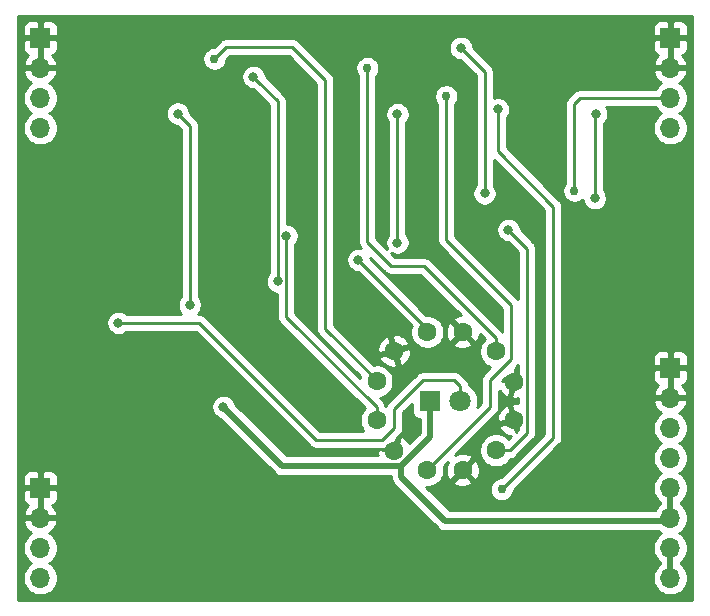
<source format=gbr>
G04 #@! TF.GenerationSoftware,KiCad,Pcbnew,5.1.6-c6e7f7d~87~ubuntu18.04.1*
G04 #@! TF.CreationDate,2020-07-17T09:27:03-04:00*
G04 #@! TF.ProjectId,optical_phasor_plug_in_board,6f707469-6361-46c5-9f70-6861736f725f,1.1*
G04 #@! TF.SameCoordinates,Original*
G04 #@! TF.FileFunction,Copper,L2,Bot*
G04 #@! TF.FilePolarity,Positive*
%FSLAX46Y46*%
G04 Gerber Fmt 4.6, Leading zero omitted, Abs format (unit mm)*
G04 Created by KiCad (PCBNEW 5.1.6-c6e7f7d~87~ubuntu18.04.1) date 2020-07-17 09:27:03*
%MOMM*%
%LPD*%
G01*
G04 APERTURE LIST*
G04 #@! TA.AperFunction,ComponentPad*
%ADD10C,1.600000*%
G04 #@! TD*
G04 #@! TA.AperFunction,ComponentPad*
%ADD11R,1.700000X1.700000*%
G04 #@! TD*
G04 #@! TA.AperFunction,ComponentPad*
%ADD12O,1.700000X1.700000*%
G04 #@! TD*
G04 #@! TA.AperFunction,ComponentPad*
%ADD13C,1.800000*%
G04 #@! TD*
G04 #@! TA.AperFunction,ComponentPad*
%ADD14R,1.800000X1.800000*%
G04 #@! TD*
G04 #@! TA.AperFunction,ViaPad*
%ADD15C,0.800000*%
G04 #@! TD*
G04 #@! TA.AperFunction,ViaPad*
%ADD16C,0.762000*%
G04 #@! TD*
G04 #@! TA.AperFunction,Conductor*
%ADD17C,0.250000*%
G04 #@! TD*
G04 #@! TA.AperFunction,Conductor*
%ADD18C,0.508000*%
G04 #@! TD*
G04 #@! TA.AperFunction,Conductor*
%ADD19C,0.254000*%
G04 #@! TD*
G04 APERTURE END LIST*
D10*
X147843793Y-97662999D03*
X149343793Y-95064923D03*
D11*
X119380000Y-106680000D03*
D12*
X119380000Y-109220000D03*
X119380000Y-111760000D03*
X119380000Y-114300000D03*
D13*
X154940000Y-99314000D03*
D14*
X152400000Y-99314000D03*
D12*
X119380000Y-76200000D03*
X119380000Y-73660000D03*
X119380000Y-71120000D03*
D11*
X119380000Y-68580000D03*
D12*
X172720000Y-76200000D03*
X172720000Y-73660000D03*
X172720000Y-71120000D03*
D11*
X172720000Y-68580000D03*
X172720000Y-96520000D03*
D12*
X172720000Y-99060000D03*
X172720000Y-101600000D03*
X172720000Y-104140000D03*
X172720000Y-106680000D03*
X172720000Y-109220000D03*
X172720000Y-111760000D03*
X172720000Y-114300000D03*
D10*
X147843793Y-100965001D03*
X149343793Y-103563077D03*
X159472207Y-97721075D03*
X157972207Y-95122999D03*
X155146000Y-93472000D03*
X152146000Y-93472000D03*
X159472207Y-100906925D03*
X157972207Y-103505001D03*
X155146000Y-105156000D03*
X152146000Y-105156000D03*
D15*
X131013200Y-74980800D03*
X132029200Y-91186000D03*
X140208000Y-85344000D03*
D16*
X134112000Y-70358000D03*
D15*
X139482990Y-89202588D03*
X137414000Y-71881986D03*
D16*
X147066000Y-71120000D03*
D15*
X146304000Y-87376000D03*
X149606000Y-85902800D03*
X149606000Y-75031600D03*
X159004000Y-84836000D03*
D16*
X153732464Y-73503691D03*
D15*
X156997400Y-81737200D03*
X154990800Y-69418200D03*
D16*
X164592000Y-81534000D03*
D15*
X160020000Y-75057000D03*
X141668500Y-74803000D03*
X141795500Y-80835500D03*
X166420800Y-85445600D03*
X136982200Y-81889600D03*
X121285000Y-90551000D03*
X123317000Y-105283000D03*
X120015000Y-80137000D03*
X140716000Y-108204000D03*
D16*
X152146000Y-70104000D03*
X144272000Y-70358000D03*
D15*
X157226000Y-85496400D03*
D16*
X136906000Y-115062000D03*
X163322000Y-112522000D03*
X147574000Y-115062000D03*
D15*
X134874000Y-99822000D03*
X166319200Y-82143600D03*
X166420800Y-75031600D03*
X125984000Y-92710000D03*
D16*
X158432500Y-106807000D03*
D15*
X158126790Y-74624290D03*
D17*
X132029200Y-75996800D02*
X131013200Y-74980800D01*
X132029200Y-91186000D02*
X132029200Y-75996800D01*
X140208000Y-92197838D02*
X140208000Y-85909685D01*
X140208000Y-85909685D02*
X140208000Y-85344000D01*
X147843793Y-99833631D02*
X140208000Y-92197838D01*
X147843793Y-100965001D02*
X147843793Y-99833631D01*
X135128000Y-69342000D02*
X134112000Y-70358000D01*
X140716000Y-69342000D02*
X135128000Y-69342000D01*
X143510000Y-72136000D02*
X140716000Y-69342000D01*
X143510000Y-93218000D02*
X143510000Y-72136000D01*
X147843793Y-97662999D02*
X147843793Y-97551793D01*
X147843793Y-97551793D02*
X143510000Y-93218000D01*
X139482990Y-73950976D02*
X137813999Y-72281985D01*
X139482990Y-89202588D02*
X139482990Y-73950976D01*
X137813999Y-72281985D02*
X137414000Y-71881986D01*
X157972207Y-93991629D02*
X157972207Y-95122999D01*
X151864578Y-87884000D02*
X157972207Y-93991629D01*
X149098000Y-87884000D02*
X151864578Y-87884000D01*
X147066000Y-71120000D02*
X147066000Y-85852000D01*
X147066000Y-85852000D02*
X149098000Y-87884000D01*
X152146000Y-93218000D02*
X152146000Y-93472000D01*
X146304000Y-87376000D02*
X152146000Y-93218000D01*
X149606000Y-85902800D02*
X149606000Y-75031600D01*
X160597208Y-102011370D02*
X159103577Y-103505001D01*
X159103577Y-103505001D02*
X157972207Y-103505001D01*
X159004000Y-84836000D02*
X160597208Y-86429208D01*
X160597208Y-86429208D02*
X160597208Y-102011370D01*
X159258000Y-95758000D02*
X159258000Y-91186000D01*
X157480000Y-97536000D02*
X159258000Y-95758000D01*
X153732464Y-85660464D02*
X153732464Y-73503691D01*
X159258000Y-91186000D02*
X153732464Y-85660464D01*
X152146000Y-105156000D02*
X157480000Y-99822000D01*
X157480000Y-99822000D02*
X157480000Y-97536000D01*
X156997400Y-71424800D02*
X156997400Y-81737200D01*
X154990800Y-69418200D02*
X156997400Y-71424800D01*
X172720000Y-73660000D02*
X165100000Y-73660000D01*
X165100000Y-73660000D02*
X164592000Y-74168000D01*
X164592000Y-74168000D02*
X164592000Y-81534000D01*
D18*
X172720000Y-111760000D02*
X172720000Y-114300000D01*
X172720000Y-106680000D02*
X172720000Y-109220000D01*
X152400000Y-100554078D02*
X152400000Y-99314000D01*
X152400000Y-99314000D02*
X152346989Y-99367011D01*
X135273999Y-100221999D02*
X134874000Y-99822000D01*
X152400000Y-99314000D02*
X152400000Y-102362792D01*
X149945714Y-104817078D02*
X139869078Y-104817078D01*
X152400000Y-102362792D02*
X149945714Y-104817078D01*
X139869078Y-104817078D02*
X135273999Y-100221999D01*
X149945714Y-105749714D02*
X149945714Y-104817078D01*
X153670000Y-109474000D02*
X149945714Y-105749714D01*
X172720000Y-109220000D02*
X172466000Y-109474000D01*
X172466000Y-109474000D02*
X159258000Y-109474000D01*
X159258000Y-109474000D02*
X153670000Y-109474000D01*
X159004000Y-109474000D02*
X159258000Y-109474000D01*
D17*
X166319200Y-82143600D02*
X166319200Y-75133200D01*
X166319200Y-75133200D02*
X166420800Y-75031600D01*
X132842000Y-92710000D02*
X125984000Y-92710000D01*
X148336000Y-102616000D02*
X142748000Y-102616000D01*
X154940000Y-98041208D02*
X154434792Y-97536000D01*
X154434792Y-97536000D02*
X151792998Y-97536000D01*
X151792998Y-97536000D02*
X149352000Y-99976998D01*
X142748000Y-102616000D02*
X132842000Y-92710000D01*
X149352000Y-99976998D02*
X149352000Y-101600000D01*
X149352000Y-101600000D02*
X148336000Y-102616000D01*
X154940000Y-99314000D02*
X154940000Y-98041208D01*
X158115000Y-78168500D02*
X162814000Y-82867500D01*
X158126790Y-74624290D02*
X158115000Y-74636080D01*
X162814000Y-102425500D02*
X158432500Y-106807000D01*
X162814000Y-82867500D02*
X162814000Y-102425500D01*
X158115000Y-74636080D02*
X158115000Y-78168500D01*
D19*
G36*
X174575000Y-116155000D02*
G01*
X117525000Y-116155000D01*
X117525000Y-111613740D01*
X117895000Y-111613740D01*
X117895000Y-111906260D01*
X117952068Y-112193158D01*
X118064010Y-112463411D01*
X118226525Y-112706632D01*
X118433368Y-112913475D01*
X118607760Y-113030000D01*
X118433368Y-113146525D01*
X118226525Y-113353368D01*
X118064010Y-113596589D01*
X117952068Y-113866842D01*
X117895000Y-114153740D01*
X117895000Y-114446260D01*
X117952068Y-114733158D01*
X118064010Y-115003411D01*
X118226525Y-115246632D01*
X118433368Y-115453475D01*
X118676589Y-115615990D01*
X118946842Y-115727932D01*
X119233740Y-115785000D01*
X119526260Y-115785000D01*
X119813158Y-115727932D01*
X120083411Y-115615990D01*
X120326632Y-115453475D01*
X120533475Y-115246632D01*
X120695990Y-115003411D01*
X120807932Y-114733158D01*
X120865000Y-114446260D01*
X120865000Y-114153740D01*
X120807932Y-113866842D01*
X120695990Y-113596589D01*
X120533475Y-113353368D01*
X120326632Y-113146525D01*
X120152240Y-113030000D01*
X120326632Y-112913475D01*
X120533475Y-112706632D01*
X120695990Y-112463411D01*
X120807932Y-112193158D01*
X120865000Y-111906260D01*
X120865000Y-111613740D01*
X120807932Y-111326842D01*
X120695990Y-111056589D01*
X120533475Y-110813368D01*
X120326632Y-110606525D01*
X120144466Y-110484805D01*
X120261355Y-110415178D01*
X120477588Y-110220269D01*
X120651641Y-109986920D01*
X120776825Y-109724099D01*
X120821476Y-109576890D01*
X120700155Y-109347000D01*
X119507000Y-109347000D01*
X119507000Y-109367000D01*
X119253000Y-109367000D01*
X119253000Y-109347000D01*
X118059845Y-109347000D01*
X117938524Y-109576890D01*
X117983175Y-109724099D01*
X118108359Y-109986920D01*
X118282412Y-110220269D01*
X118498645Y-110415178D01*
X118615534Y-110484805D01*
X118433368Y-110606525D01*
X118226525Y-110813368D01*
X118064010Y-111056589D01*
X117952068Y-111326842D01*
X117895000Y-111613740D01*
X117525000Y-111613740D01*
X117525000Y-107530000D01*
X117891928Y-107530000D01*
X117904188Y-107654482D01*
X117940498Y-107774180D01*
X117999463Y-107884494D01*
X118078815Y-107981185D01*
X118175506Y-108060537D01*
X118285820Y-108119502D01*
X118366466Y-108143966D01*
X118282412Y-108219731D01*
X118108359Y-108453080D01*
X117983175Y-108715901D01*
X117938524Y-108863110D01*
X118059845Y-109093000D01*
X119253000Y-109093000D01*
X119253000Y-106807000D01*
X119507000Y-106807000D01*
X119507000Y-109093000D01*
X120700155Y-109093000D01*
X120821476Y-108863110D01*
X120776825Y-108715901D01*
X120651641Y-108453080D01*
X120477588Y-108219731D01*
X120393534Y-108143966D01*
X120474180Y-108119502D01*
X120584494Y-108060537D01*
X120681185Y-107981185D01*
X120760537Y-107884494D01*
X120819502Y-107774180D01*
X120855812Y-107654482D01*
X120868072Y-107530000D01*
X120865000Y-106965750D01*
X120706250Y-106807000D01*
X119507000Y-106807000D01*
X119253000Y-106807000D01*
X118053750Y-106807000D01*
X117895000Y-106965750D01*
X117891928Y-107530000D01*
X117525000Y-107530000D01*
X117525000Y-105830000D01*
X117891928Y-105830000D01*
X117895000Y-106394250D01*
X118053750Y-106553000D01*
X119253000Y-106553000D01*
X119253000Y-105353750D01*
X119507000Y-105353750D01*
X119507000Y-106553000D01*
X120706250Y-106553000D01*
X120865000Y-106394250D01*
X120868072Y-105830000D01*
X120855812Y-105705518D01*
X120819502Y-105585820D01*
X120760537Y-105475506D01*
X120681185Y-105378815D01*
X120584494Y-105299463D01*
X120474180Y-105240498D01*
X120354482Y-105204188D01*
X120230000Y-105191928D01*
X119665750Y-105195000D01*
X119507000Y-105353750D01*
X119253000Y-105353750D01*
X119094250Y-105195000D01*
X118530000Y-105191928D01*
X118405518Y-105204188D01*
X118285820Y-105240498D01*
X118175506Y-105299463D01*
X118078815Y-105378815D01*
X117999463Y-105475506D01*
X117940498Y-105585820D01*
X117904188Y-105705518D01*
X117891928Y-105830000D01*
X117525000Y-105830000D01*
X117525000Y-92608061D01*
X124949000Y-92608061D01*
X124949000Y-92811939D01*
X124988774Y-93011898D01*
X125066795Y-93200256D01*
X125180063Y-93369774D01*
X125324226Y-93513937D01*
X125493744Y-93627205D01*
X125682102Y-93705226D01*
X125882061Y-93745000D01*
X126085939Y-93745000D01*
X126285898Y-93705226D01*
X126474256Y-93627205D01*
X126643774Y-93513937D01*
X126687711Y-93470000D01*
X132527199Y-93470000D01*
X142184201Y-103127003D01*
X142207999Y-103156001D01*
X142236997Y-103179799D01*
X142323724Y-103250974D01*
X142455753Y-103321546D01*
X142599014Y-103365003D01*
X142748000Y-103379677D01*
X142785333Y-103376000D01*
X148057760Y-103376000D01*
X147902047Y-103539243D01*
X147925100Y-103820971D01*
X147955667Y-103928078D01*
X140237314Y-103928078D01*
X135879130Y-99569895D01*
X135869226Y-99520102D01*
X135791205Y-99331744D01*
X135677937Y-99162226D01*
X135533774Y-99018063D01*
X135364256Y-98904795D01*
X135175898Y-98826774D01*
X134975939Y-98787000D01*
X134772061Y-98787000D01*
X134572102Y-98826774D01*
X134383744Y-98904795D01*
X134214226Y-99018063D01*
X134070063Y-99162226D01*
X133956795Y-99331744D01*
X133878774Y-99520102D01*
X133839000Y-99720061D01*
X133839000Y-99923939D01*
X133878774Y-100123898D01*
X133956795Y-100312256D01*
X134070063Y-100481774D01*
X134214226Y-100625937D01*
X134383744Y-100739205D01*
X134572102Y-100817226D01*
X134621895Y-100827130D01*
X139209584Y-105414820D01*
X139237419Y-105448737D01*
X139372787Y-105559831D01*
X139527227Y-105642381D01*
X139621836Y-105671080D01*
X139694803Y-105693214D01*
X139713151Y-105695021D01*
X139825411Y-105706078D01*
X139825417Y-105706078D01*
X139869077Y-105710378D01*
X139912737Y-105706078D01*
X149056712Y-105706078D01*
X149052414Y-105749714D01*
X149056714Y-105793374D01*
X149056714Y-105793380D01*
X149069578Y-105923987D01*
X149120411Y-106091564D01*
X149202961Y-106246004D01*
X149314055Y-106381373D01*
X149347978Y-106409213D01*
X153010506Y-110071742D01*
X153038341Y-110105659D01*
X153173709Y-110216753D01*
X153328149Y-110299303D01*
X153422758Y-110328002D01*
X153495725Y-110350136D01*
X153512325Y-110351771D01*
X153626333Y-110363000D01*
X153626340Y-110363000D01*
X153670000Y-110367300D01*
X153713660Y-110363000D01*
X171762893Y-110363000D01*
X171773368Y-110373475D01*
X171947760Y-110490000D01*
X171773368Y-110606525D01*
X171566525Y-110813368D01*
X171404010Y-111056589D01*
X171292068Y-111326842D01*
X171235000Y-111613740D01*
X171235000Y-111906260D01*
X171292068Y-112193158D01*
X171404010Y-112463411D01*
X171566525Y-112706632D01*
X171773368Y-112913475D01*
X171831000Y-112951984D01*
X171831001Y-113108016D01*
X171773368Y-113146525D01*
X171566525Y-113353368D01*
X171404010Y-113596589D01*
X171292068Y-113866842D01*
X171235000Y-114153740D01*
X171235000Y-114446260D01*
X171292068Y-114733158D01*
X171404010Y-115003411D01*
X171566525Y-115246632D01*
X171773368Y-115453475D01*
X172016589Y-115615990D01*
X172286842Y-115727932D01*
X172573740Y-115785000D01*
X172866260Y-115785000D01*
X173153158Y-115727932D01*
X173423411Y-115615990D01*
X173666632Y-115453475D01*
X173873475Y-115246632D01*
X174035990Y-115003411D01*
X174147932Y-114733158D01*
X174205000Y-114446260D01*
X174205000Y-114153740D01*
X174147932Y-113866842D01*
X174035990Y-113596589D01*
X173873475Y-113353368D01*
X173666632Y-113146525D01*
X173609000Y-113108017D01*
X173609000Y-112951983D01*
X173666632Y-112913475D01*
X173873475Y-112706632D01*
X174035990Y-112463411D01*
X174147932Y-112193158D01*
X174205000Y-111906260D01*
X174205000Y-111613740D01*
X174147932Y-111326842D01*
X174035990Y-111056589D01*
X173873475Y-110813368D01*
X173666632Y-110606525D01*
X173492240Y-110490000D01*
X173666632Y-110373475D01*
X173873475Y-110166632D01*
X174035990Y-109923411D01*
X174147932Y-109653158D01*
X174205000Y-109366260D01*
X174205000Y-109073740D01*
X174147932Y-108786842D01*
X174035990Y-108516589D01*
X173873475Y-108273368D01*
X173666632Y-108066525D01*
X173609000Y-108028017D01*
X173609000Y-107871983D01*
X173666632Y-107833475D01*
X173873475Y-107626632D01*
X174035990Y-107383411D01*
X174147932Y-107113158D01*
X174205000Y-106826260D01*
X174205000Y-106533740D01*
X174147932Y-106246842D01*
X174035990Y-105976589D01*
X173873475Y-105733368D01*
X173666632Y-105526525D01*
X173492240Y-105410000D01*
X173666632Y-105293475D01*
X173873475Y-105086632D01*
X174035990Y-104843411D01*
X174147932Y-104573158D01*
X174205000Y-104286260D01*
X174205000Y-103993740D01*
X174147932Y-103706842D01*
X174035990Y-103436589D01*
X173873475Y-103193368D01*
X173666632Y-102986525D01*
X173492240Y-102870000D01*
X173666632Y-102753475D01*
X173873475Y-102546632D01*
X174035990Y-102303411D01*
X174147932Y-102033158D01*
X174205000Y-101746260D01*
X174205000Y-101453740D01*
X174147932Y-101166842D01*
X174035990Y-100896589D01*
X173873475Y-100653368D01*
X173666632Y-100446525D01*
X173484466Y-100324805D01*
X173601355Y-100255178D01*
X173817588Y-100060269D01*
X173991641Y-99826920D01*
X174116825Y-99564099D01*
X174161476Y-99416890D01*
X174040155Y-99187000D01*
X172847000Y-99187000D01*
X172847000Y-99207000D01*
X172593000Y-99207000D01*
X172593000Y-99187000D01*
X171399845Y-99187000D01*
X171278524Y-99416890D01*
X171323175Y-99564099D01*
X171448359Y-99826920D01*
X171622412Y-100060269D01*
X171838645Y-100255178D01*
X171955534Y-100324805D01*
X171773368Y-100446525D01*
X171566525Y-100653368D01*
X171404010Y-100896589D01*
X171292068Y-101166842D01*
X171235000Y-101453740D01*
X171235000Y-101746260D01*
X171292068Y-102033158D01*
X171404010Y-102303411D01*
X171566525Y-102546632D01*
X171773368Y-102753475D01*
X171947760Y-102870000D01*
X171773368Y-102986525D01*
X171566525Y-103193368D01*
X171404010Y-103436589D01*
X171292068Y-103706842D01*
X171235000Y-103993740D01*
X171235000Y-104286260D01*
X171292068Y-104573158D01*
X171404010Y-104843411D01*
X171566525Y-105086632D01*
X171773368Y-105293475D01*
X171947760Y-105410000D01*
X171773368Y-105526525D01*
X171566525Y-105733368D01*
X171404010Y-105976589D01*
X171292068Y-106246842D01*
X171235000Y-106533740D01*
X171235000Y-106826260D01*
X171292068Y-107113158D01*
X171404010Y-107383411D01*
X171566525Y-107626632D01*
X171773368Y-107833475D01*
X171831000Y-107871984D01*
X171831001Y-108028016D01*
X171773368Y-108066525D01*
X171566525Y-108273368D01*
X171404010Y-108516589D01*
X171375673Y-108585000D01*
X154038236Y-108585000D01*
X152044235Y-106591000D01*
X152287335Y-106591000D01*
X152564574Y-106535853D01*
X152825727Y-106427680D01*
X153060759Y-106270637D01*
X153182694Y-106148702D01*
X154332903Y-106148702D01*
X154404486Y-106392671D01*
X154659996Y-106513571D01*
X154934184Y-106582300D01*
X155216512Y-106596217D01*
X155496130Y-106554787D01*
X155762292Y-106459603D01*
X155887514Y-106392671D01*
X155959097Y-106148702D01*
X155146000Y-105335605D01*
X154332903Y-106148702D01*
X153182694Y-106148702D01*
X153260637Y-106070759D01*
X153417680Y-105835727D01*
X153525853Y-105574574D01*
X153581000Y-105297335D01*
X153581000Y-105014665D01*
X153544688Y-104832113D01*
X153861739Y-104515062D01*
X153788429Y-104669996D01*
X153719700Y-104944184D01*
X153705783Y-105226512D01*
X153747213Y-105506130D01*
X153842397Y-105772292D01*
X153909329Y-105897514D01*
X154153298Y-105969097D01*
X154966395Y-105156000D01*
X155325605Y-105156000D01*
X156138702Y-105969097D01*
X156382671Y-105897514D01*
X156503571Y-105642004D01*
X156572300Y-105367816D01*
X156586217Y-105085488D01*
X156544787Y-104805870D01*
X156449603Y-104539708D01*
X156382671Y-104414486D01*
X156138702Y-104342903D01*
X155325605Y-105156000D01*
X154966395Y-105156000D01*
X154952253Y-105141858D01*
X155131858Y-104962253D01*
X155146000Y-104976395D01*
X155959097Y-104163298D01*
X155887514Y-103919329D01*
X155632004Y-103798429D01*
X155357816Y-103729700D01*
X155075488Y-103715783D01*
X154795870Y-103757213D01*
X154529708Y-103852397D01*
X154518314Y-103858487D01*
X157446042Y-100930759D01*
X158030461Y-100930759D01*
X158205953Y-101114737D01*
X159316664Y-100817122D01*
X159019050Y-99706411D01*
X158771975Y-99646420D01*
X158539518Y-99807248D01*
X158342903Y-100010337D01*
X158189686Y-100247881D01*
X158085757Y-100510752D01*
X158035108Y-100788848D01*
X158030461Y-100930759D01*
X157446042Y-100930759D01*
X157991004Y-100385798D01*
X158020001Y-100362001D01*
X158077035Y-100292505D01*
X158114974Y-100246277D01*
X158185546Y-100114247D01*
X158212161Y-100026506D01*
X158229003Y-99970986D01*
X158240000Y-99859333D01*
X158240000Y-99859324D01*
X158243676Y-99822001D01*
X158240000Y-99784678D01*
X158240000Y-98462911D01*
X158260198Y-98502249D01*
X158435886Y-98723690D01*
X158651400Y-98906601D01*
X158771975Y-98981580D01*
X159019050Y-98921589D01*
X159316664Y-97810878D01*
X158499013Y-97591788D01*
X158706403Y-97384398D01*
X159047253Y-97475728D01*
X159278458Y-97706934D01*
X159458066Y-97527326D01*
X159406467Y-97475727D01*
X159680019Y-96454821D01*
X159657480Y-96433322D01*
X159769004Y-96321798D01*
X159798001Y-96298001D01*
X159837209Y-96250226D01*
X159837209Y-96849561D01*
X159717554Y-97296121D01*
X159486348Y-97527326D01*
X159665956Y-97706934D01*
X159717555Y-97655335D01*
X159837209Y-97687396D01*
X159837209Y-97906469D01*
X159665956Y-97735216D01*
X159486348Y-97914824D01*
X159537947Y-97966423D01*
X159264395Y-98987329D01*
X159448373Y-99162821D01*
X159730101Y-99139768D01*
X159837209Y-99109201D01*
X159837209Y-99514798D01*
X159590284Y-99469826D01*
X159448373Y-99465179D01*
X159264395Y-99640671D01*
X159537947Y-100661577D01*
X159486348Y-100713176D01*
X159665956Y-100892784D01*
X159837209Y-100721531D01*
X159837209Y-100940603D01*
X159717555Y-100972665D01*
X159665956Y-100921066D01*
X159486348Y-101100674D01*
X159717553Y-101331879D01*
X159819907Y-101713869D01*
X159612517Y-101921259D01*
X159382404Y-101062468D01*
X158271693Y-101360082D01*
X158211702Y-101607157D01*
X158372530Y-101839614D01*
X158575619Y-102036229D01*
X158813163Y-102189446D01*
X159076034Y-102293375D01*
X159215078Y-102318699D01*
X159015189Y-102518587D01*
X158886966Y-102390364D01*
X158651934Y-102233321D01*
X158390781Y-102125148D01*
X158113542Y-102070001D01*
X157830872Y-102070001D01*
X157553633Y-102125148D01*
X157292480Y-102233321D01*
X157057448Y-102390364D01*
X156857570Y-102590242D01*
X156700527Y-102825274D01*
X156592354Y-103086427D01*
X156537207Y-103363666D01*
X156537207Y-103646336D01*
X156592354Y-103923575D01*
X156700527Y-104184728D01*
X156857570Y-104419760D01*
X157057448Y-104619638D01*
X157292480Y-104776681D01*
X157553633Y-104884854D01*
X157830872Y-104940001D01*
X158113542Y-104940001D01*
X158390781Y-104884854D01*
X158651934Y-104776681D01*
X158886966Y-104619638D01*
X159086844Y-104419760D01*
X159193726Y-104259799D01*
X159252563Y-104254004D01*
X159395824Y-104210547D01*
X159527853Y-104139975D01*
X159643578Y-104045002D01*
X159667381Y-104015998D01*
X161108211Y-102575169D01*
X161137209Y-102551371D01*
X161232182Y-102435646D01*
X161302754Y-102303617D01*
X161346211Y-102160356D01*
X161357208Y-102048703D01*
X161357208Y-102048694D01*
X161360884Y-102011371D01*
X161357208Y-101974048D01*
X161357208Y-86466530D01*
X161360884Y-86429207D01*
X161357208Y-86391884D01*
X161357208Y-86391875D01*
X161346211Y-86280222D01*
X161302754Y-86136961D01*
X161232182Y-86004932D01*
X161137209Y-85889207D01*
X161108212Y-85865410D01*
X160039000Y-84796199D01*
X160039000Y-84734061D01*
X159999226Y-84534102D01*
X159921205Y-84345744D01*
X159807937Y-84176226D01*
X159663774Y-84032063D01*
X159494256Y-83918795D01*
X159305898Y-83840774D01*
X159105939Y-83801000D01*
X158902061Y-83801000D01*
X158702102Y-83840774D01*
X158513744Y-83918795D01*
X158344226Y-84032063D01*
X158200063Y-84176226D01*
X158086795Y-84345744D01*
X158008774Y-84534102D01*
X157969000Y-84734061D01*
X157969000Y-84937939D01*
X158008774Y-85137898D01*
X158086795Y-85326256D01*
X158200063Y-85495774D01*
X158344226Y-85639937D01*
X158513744Y-85753205D01*
X158702102Y-85831226D01*
X158902061Y-85871000D01*
X158964199Y-85871000D01*
X159837208Y-86744010D01*
X159837208Y-90693773D01*
X159821799Y-90674997D01*
X159798001Y-90645999D01*
X159769003Y-90622201D01*
X154492464Y-85345663D01*
X154492464Y-74180532D01*
X154521643Y-74151353D01*
X154632832Y-73984947D01*
X154709420Y-73800047D01*
X154748464Y-73603758D01*
X154748464Y-73403624D01*
X154709420Y-73207335D01*
X154632832Y-73022435D01*
X154521643Y-72856029D01*
X154380126Y-72714512D01*
X154213720Y-72603323D01*
X154028820Y-72526735D01*
X153832531Y-72487691D01*
X153632397Y-72487691D01*
X153436108Y-72526735D01*
X153251208Y-72603323D01*
X153084802Y-72714512D01*
X152943285Y-72856029D01*
X152832096Y-73022435D01*
X152755508Y-73207335D01*
X152716464Y-73403624D01*
X152716464Y-73603758D01*
X152755508Y-73800047D01*
X152832096Y-73984947D01*
X152943285Y-74151353D01*
X152972465Y-74180533D01*
X152972464Y-85623142D01*
X152968788Y-85660464D01*
X152972464Y-85697786D01*
X152972464Y-85697796D01*
X152983461Y-85809449D01*
X153016451Y-85918205D01*
X153026918Y-85952710D01*
X153097490Y-86084740D01*
X153137335Y-86133290D01*
X153192463Y-86200465D01*
X153221467Y-86224268D01*
X158498001Y-91500803D01*
X158498001Y-93439968D01*
X158483211Y-93427831D01*
X152428382Y-87373003D01*
X152404579Y-87343999D01*
X152288854Y-87249026D01*
X152156825Y-87178454D01*
X152013564Y-87134997D01*
X151901911Y-87124000D01*
X151901900Y-87124000D01*
X151864578Y-87120324D01*
X151827256Y-87124000D01*
X149412802Y-87124000D01*
X149094837Y-86806036D01*
X149115744Y-86820005D01*
X149304102Y-86898026D01*
X149504061Y-86937800D01*
X149707939Y-86937800D01*
X149907898Y-86898026D01*
X150096256Y-86820005D01*
X150265774Y-86706737D01*
X150409937Y-86562574D01*
X150523205Y-86393056D01*
X150601226Y-86204698D01*
X150641000Y-86004739D01*
X150641000Y-85800861D01*
X150601226Y-85600902D01*
X150523205Y-85412544D01*
X150409937Y-85243026D01*
X150366000Y-85199089D01*
X150366000Y-75735311D01*
X150409937Y-75691374D01*
X150523205Y-75521856D01*
X150601226Y-75333498D01*
X150641000Y-75133539D01*
X150641000Y-74929661D01*
X150601226Y-74729702D01*
X150523205Y-74541344D01*
X150409937Y-74371826D01*
X150265774Y-74227663D01*
X150096256Y-74114395D01*
X149907898Y-74036374D01*
X149707939Y-73996600D01*
X149504061Y-73996600D01*
X149304102Y-74036374D01*
X149115744Y-74114395D01*
X148946226Y-74227663D01*
X148802063Y-74371826D01*
X148688795Y-74541344D01*
X148610774Y-74729702D01*
X148571000Y-74929661D01*
X148571000Y-75133539D01*
X148610774Y-75333498D01*
X148688795Y-75521856D01*
X148802063Y-75691374D01*
X148846001Y-75735312D01*
X148846000Y-85199089D01*
X148802063Y-85243026D01*
X148688795Y-85412544D01*
X148610774Y-85600902D01*
X148571000Y-85800861D01*
X148571000Y-86004739D01*
X148610774Y-86204698D01*
X148688795Y-86393056D01*
X148702765Y-86413963D01*
X147826000Y-85537199D01*
X147826000Y-71796841D01*
X147855179Y-71767662D01*
X147966368Y-71601256D01*
X148042956Y-71416356D01*
X148082000Y-71220067D01*
X148082000Y-71019933D01*
X148042956Y-70823644D01*
X147966368Y-70638744D01*
X147855179Y-70472338D01*
X147713662Y-70330821D01*
X147547256Y-70219632D01*
X147362356Y-70143044D01*
X147166067Y-70104000D01*
X146965933Y-70104000D01*
X146769644Y-70143044D01*
X146584744Y-70219632D01*
X146418338Y-70330821D01*
X146276821Y-70472338D01*
X146165632Y-70638744D01*
X146089044Y-70823644D01*
X146050000Y-71019933D01*
X146050000Y-71220067D01*
X146089044Y-71416356D01*
X146165632Y-71601256D01*
X146276821Y-71767662D01*
X146306000Y-71796841D01*
X146306001Y-85814668D01*
X146302324Y-85852000D01*
X146306001Y-85889333D01*
X146316998Y-86000986D01*
X146330180Y-86044442D01*
X146360454Y-86144246D01*
X146431026Y-86276276D01*
X146499401Y-86359591D01*
X146405939Y-86341000D01*
X146202061Y-86341000D01*
X146002102Y-86380774D01*
X145813744Y-86458795D01*
X145644226Y-86572063D01*
X145500063Y-86716226D01*
X145386795Y-86885744D01*
X145308774Y-87074102D01*
X145269000Y-87274061D01*
X145269000Y-87477939D01*
X145308774Y-87677898D01*
X145386795Y-87866256D01*
X145500063Y-88035774D01*
X145644226Y-88179937D01*
X145813744Y-88293205D01*
X146002102Y-88371226D01*
X146202061Y-88411000D01*
X146264199Y-88411000D01*
X150807292Y-92954094D01*
X150766147Y-93053426D01*
X150711000Y-93330665D01*
X150711000Y-93613335D01*
X150766147Y-93890574D01*
X150874320Y-94151727D01*
X151031363Y-94386759D01*
X151231241Y-94586637D01*
X151466273Y-94743680D01*
X151727426Y-94851853D01*
X152004665Y-94907000D01*
X152287335Y-94907000D01*
X152564574Y-94851853D01*
X152825727Y-94743680D01*
X153060759Y-94586637D01*
X153182694Y-94464702D01*
X154332903Y-94464702D01*
X154404486Y-94708671D01*
X154659996Y-94829571D01*
X154934184Y-94898300D01*
X155216512Y-94912217D01*
X155496130Y-94870787D01*
X155762292Y-94775603D01*
X155887514Y-94708671D01*
X155959097Y-94464702D01*
X155146000Y-93651605D01*
X154332903Y-94464702D01*
X153182694Y-94464702D01*
X153260637Y-94386759D01*
X153417680Y-94151727D01*
X153525853Y-93890574D01*
X153581000Y-93613335D01*
X153581000Y-93542512D01*
X153705783Y-93542512D01*
X153747213Y-93822130D01*
X153842397Y-94088292D01*
X153909329Y-94213514D01*
X154153298Y-94285097D01*
X154966395Y-93472000D01*
X154153298Y-92658903D01*
X153909329Y-92730486D01*
X153788429Y-92985996D01*
X153719700Y-93260184D01*
X153705783Y-93542512D01*
X153581000Y-93542512D01*
X153581000Y-93330665D01*
X153525853Y-93053426D01*
X153417680Y-92792273D01*
X153260637Y-92557241D01*
X153060759Y-92357363D01*
X152825727Y-92200320D01*
X152564574Y-92092147D01*
X152287335Y-92037000D01*
X152039802Y-92037000D01*
X147339000Y-87336199D01*
X147339000Y-87274061D01*
X147320561Y-87181363D01*
X148534200Y-88395002D01*
X148557999Y-88424001D01*
X148586997Y-88447799D01*
X148673723Y-88518974D01*
X148805753Y-88589546D01*
X148949014Y-88633003D01*
X149060667Y-88644000D01*
X149060677Y-88644000D01*
X149098000Y-88647676D01*
X149135323Y-88644000D01*
X151549777Y-88644000D01*
X154955359Y-92049582D01*
X154795870Y-92073213D01*
X154529708Y-92168397D01*
X154404486Y-92235329D01*
X154332903Y-92479298D01*
X155146000Y-93292395D01*
X155160143Y-93278253D01*
X155339748Y-93457858D01*
X155325605Y-93472000D01*
X156138702Y-94285097D01*
X156382671Y-94213514D01*
X156503571Y-93958004D01*
X156572300Y-93683816D01*
X156573112Y-93667336D01*
X156985793Y-94080017D01*
X156857570Y-94208240D01*
X156700527Y-94443272D01*
X156592354Y-94704425D01*
X156537207Y-94981664D01*
X156537207Y-95264334D01*
X156592354Y-95541573D01*
X156700527Y-95802726D01*
X156857570Y-96037758D01*
X157057448Y-96237636D01*
X157292480Y-96394679D01*
X157472113Y-96469085D01*
X156968998Y-96972201D01*
X156940000Y-96995999D01*
X156916202Y-97024997D01*
X156916201Y-97024998D01*
X156845026Y-97111724D01*
X156774454Y-97243754D01*
X156730998Y-97387015D01*
X156716324Y-97536000D01*
X156720001Y-97573332D01*
X156720000Y-99507198D01*
X156381048Y-99846150D01*
X156416011Y-99761743D01*
X156475000Y-99465184D01*
X156475000Y-99162816D01*
X156416011Y-98866257D01*
X156300299Y-98586905D01*
X156132312Y-98335495D01*
X155918505Y-98121688D01*
X155697028Y-97973702D01*
X155689003Y-97892222D01*
X155645546Y-97748961D01*
X155619553Y-97700332D01*
X155574974Y-97616931D01*
X155532791Y-97565532D01*
X155480001Y-97501207D01*
X155450997Y-97477404D01*
X154998596Y-97025003D01*
X154974793Y-96995999D01*
X154859068Y-96901026D01*
X154727039Y-96830454D01*
X154583778Y-96786997D01*
X154472125Y-96776000D01*
X154472114Y-96776000D01*
X154434792Y-96772324D01*
X154397470Y-96776000D01*
X151830320Y-96776000D01*
X151792997Y-96772324D01*
X151755674Y-96776000D01*
X151755665Y-96776000D01*
X151644012Y-96786997D01*
X151500751Y-96830454D01*
X151368722Y-96901026D01*
X151368720Y-96901027D01*
X151368721Y-96901027D01*
X151281994Y-96972201D01*
X151281990Y-96972205D01*
X151252997Y-96995999D01*
X151229203Y-97024992D01*
X148841003Y-99413194D01*
X148811999Y-99436997D01*
X148756871Y-99504172D01*
X148717026Y-99552722D01*
X148652728Y-99673015D01*
X148646454Y-99684752D01*
X148623575Y-99760175D01*
X148598591Y-99743482D01*
X148592796Y-99684645D01*
X148549339Y-99541384D01*
X148507434Y-99462986D01*
X148478767Y-99409354D01*
X148407592Y-99322628D01*
X148383794Y-99293630D01*
X148354796Y-99269832D01*
X148150140Y-99065176D01*
X148262367Y-99042852D01*
X148523520Y-98934679D01*
X148758552Y-98777636D01*
X148958430Y-98577758D01*
X149115473Y-98342726D01*
X149223646Y-98081573D01*
X149278793Y-97804334D01*
X149278793Y-97521664D01*
X149223646Y-97244425D01*
X149115473Y-96983272D01*
X148958430Y-96748240D01*
X148758552Y-96548362D01*
X148523520Y-96391319D01*
X148262367Y-96283146D01*
X147985128Y-96227999D01*
X147702458Y-96227999D01*
X147612662Y-96245861D01*
X147131956Y-95765155D01*
X148083288Y-95765155D01*
X148244116Y-95997612D01*
X148447205Y-96194227D01*
X148684749Y-96347444D01*
X148947620Y-96451373D01*
X149225716Y-96502022D01*
X149367627Y-96506669D01*
X149551605Y-96331177D01*
X149253990Y-95220466D01*
X148143279Y-95518080D01*
X148083288Y-95765155D01*
X147131956Y-95765155D01*
X146455558Y-95088757D01*
X147902047Y-95088757D01*
X148077539Y-95272735D01*
X148517953Y-95154726D01*
X149499336Y-95154726D01*
X149796950Y-96265437D01*
X150044025Y-96325428D01*
X150276482Y-96164600D01*
X150473097Y-95961511D01*
X150626314Y-95723967D01*
X150730243Y-95461096D01*
X150780892Y-95183000D01*
X150785539Y-95041089D01*
X150610047Y-94857111D01*
X149499336Y-95154726D01*
X148517953Y-95154726D01*
X149188250Y-94975120D01*
X148890636Y-93864409D01*
X148643561Y-93804418D01*
X148411104Y-93965246D01*
X148214489Y-94168335D01*
X148061272Y-94405879D01*
X147957343Y-94668750D01*
X147906694Y-94946846D01*
X147902047Y-95088757D01*
X146455558Y-95088757D01*
X145165470Y-93798669D01*
X149135981Y-93798669D01*
X149433596Y-94909380D01*
X150544307Y-94611766D01*
X150604298Y-94364691D01*
X150443470Y-94132234D01*
X150240381Y-93935619D01*
X150002837Y-93782402D01*
X149739966Y-93678473D01*
X149461870Y-93627824D01*
X149319959Y-93623177D01*
X149135981Y-93798669D01*
X145165470Y-93798669D01*
X144270000Y-92903199D01*
X144270000Y-72173325D01*
X144273676Y-72136000D01*
X144270000Y-72098675D01*
X144270000Y-72098667D01*
X144259003Y-71987014D01*
X144215546Y-71843753D01*
X144144974Y-71711724D01*
X144050001Y-71595999D01*
X144021003Y-71572201D01*
X141765063Y-69316261D01*
X153955800Y-69316261D01*
X153955800Y-69520139D01*
X153995574Y-69720098D01*
X154073595Y-69908456D01*
X154186863Y-70077974D01*
X154331026Y-70222137D01*
X154500544Y-70335405D01*
X154688902Y-70413426D01*
X154888861Y-70453200D01*
X154950999Y-70453200D01*
X156237400Y-71739602D01*
X156237401Y-81033488D01*
X156193463Y-81077426D01*
X156080195Y-81246944D01*
X156002174Y-81435302D01*
X155962400Y-81635261D01*
X155962400Y-81839139D01*
X156002174Y-82039098D01*
X156080195Y-82227456D01*
X156193463Y-82396974D01*
X156337626Y-82541137D01*
X156507144Y-82654405D01*
X156695502Y-82732426D01*
X156895461Y-82772200D01*
X157099339Y-82772200D01*
X157299298Y-82732426D01*
X157487656Y-82654405D01*
X157657174Y-82541137D01*
X157801337Y-82396974D01*
X157914605Y-82227456D01*
X157992626Y-82039098D01*
X158032400Y-81839139D01*
X158032400Y-81635261D01*
X157992626Y-81435302D01*
X157914605Y-81246944D01*
X157801337Y-81077426D01*
X157757400Y-81033489D01*
X157757400Y-78885701D01*
X162054000Y-83182302D01*
X162054001Y-102110697D01*
X158373699Y-105791000D01*
X158332433Y-105791000D01*
X158136144Y-105830044D01*
X157951244Y-105906632D01*
X157784838Y-106017821D01*
X157643321Y-106159338D01*
X157532132Y-106325744D01*
X157455544Y-106510644D01*
X157416500Y-106706933D01*
X157416500Y-106907067D01*
X157455544Y-107103356D01*
X157532132Y-107288256D01*
X157643321Y-107454662D01*
X157784838Y-107596179D01*
X157951244Y-107707368D01*
X158136144Y-107783956D01*
X158332433Y-107823000D01*
X158532567Y-107823000D01*
X158728856Y-107783956D01*
X158913756Y-107707368D01*
X159080162Y-107596179D01*
X159221679Y-107454662D01*
X159332868Y-107288256D01*
X159409456Y-107103356D01*
X159448500Y-106907067D01*
X159448500Y-106865801D01*
X163325003Y-102989299D01*
X163354001Y-102965501D01*
X163448974Y-102849776D01*
X163519546Y-102717747D01*
X163563003Y-102574486D01*
X163574000Y-102462833D01*
X163574000Y-102462825D01*
X163577676Y-102425500D01*
X163574000Y-102388175D01*
X163574000Y-97370000D01*
X171231928Y-97370000D01*
X171244188Y-97494482D01*
X171280498Y-97614180D01*
X171339463Y-97724494D01*
X171418815Y-97821185D01*
X171515506Y-97900537D01*
X171625820Y-97959502D01*
X171706466Y-97983966D01*
X171622412Y-98059731D01*
X171448359Y-98293080D01*
X171323175Y-98555901D01*
X171278524Y-98703110D01*
X171399845Y-98933000D01*
X172593000Y-98933000D01*
X172593000Y-96647000D01*
X172847000Y-96647000D01*
X172847000Y-98933000D01*
X174040155Y-98933000D01*
X174161476Y-98703110D01*
X174116825Y-98555901D01*
X173991641Y-98293080D01*
X173817588Y-98059731D01*
X173733534Y-97983966D01*
X173814180Y-97959502D01*
X173924494Y-97900537D01*
X174021185Y-97821185D01*
X174100537Y-97724494D01*
X174159502Y-97614180D01*
X174195812Y-97494482D01*
X174208072Y-97370000D01*
X174205000Y-96805750D01*
X174046250Y-96647000D01*
X172847000Y-96647000D01*
X172593000Y-96647000D01*
X171393750Y-96647000D01*
X171235000Y-96805750D01*
X171231928Y-97370000D01*
X163574000Y-97370000D01*
X163574000Y-95670000D01*
X171231928Y-95670000D01*
X171235000Y-96234250D01*
X171393750Y-96393000D01*
X172593000Y-96393000D01*
X172593000Y-95193750D01*
X172847000Y-95193750D01*
X172847000Y-96393000D01*
X174046250Y-96393000D01*
X174205000Y-96234250D01*
X174208072Y-95670000D01*
X174195812Y-95545518D01*
X174159502Y-95425820D01*
X174100537Y-95315506D01*
X174021185Y-95218815D01*
X173924494Y-95139463D01*
X173814180Y-95080498D01*
X173694482Y-95044188D01*
X173570000Y-95031928D01*
X173005750Y-95035000D01*
X172847000Y-95193750D01*
X172593000Y-95193750D01*
X172434250Y-95035000D01*
X171870000Y-95031928D01*
X171745518Y-95044188D01*
X171625820Y-95080498D01*
X171515506Y-95139463D01*
X171418815Y-95218815D01*
X171339463Y-95315506D01*
X171280498Y-95425820D01*
X171244188Y-95545518D01*
X171231928Y-95670000D01*
X163574000Y-95670000D01*
X163574000Y-82904833D01*
X163577677Y-82867500D01*
X163563003Y-82718514D01*
X163519546Y-82575253D01*
X163448974Y-82443224D01*
X163377799Y-82356497D01*
X163354001Y-82327499D01*
X163325004Y-82303702D01*
X162455235Y-81433933D01*
X163576000Y-81433933D01*
X163576000Y-81634067D01*
X163615044Y-81830356D01*
X163691632Y-82015256D01*
X163802821Y-82181662D01*
X163944338Y-82323179D01*
X164110744Y-82434368D01*
X164295644Y-82510956D01*
X164491933Y-82550000D01*
X164692067Y-82550000D01*
X164888356Y-82510956D01*
X165073256Y-82434368D01*
X165239662Y-82323179D01*
X165289692Y-82273149D01*
X165323974Y-82445498D01*
X165401995Y-82633856D01*
X165515263Y-82803374D01*
X165659426Y-82947537D01*
X165828944Y-83060805D01*
X166017302Y-83138826D01*
X166217261Y-83178600D01*
X166421139Y-83178600D01*
X166621098Y-83138826D01*
X166809456Y-83060805D01*
X166978974Y-82947537D01*
X167123137Y-82803374D01*
X167236405Y-82633856D01*
X167314426Y-82445498D01*
X167354200Y-82245539D01*
X167354200Y-82041661D01*
X167314426Y-81841702D01*
X167236405Y-81653344D01*
X167123137Y-81483826D01*
X167079200Y-81439889D01*
X167079200Y-75836455D01*
X167080574Y-75835537D01*
X167224737Y-75691374D01*
X167338005Y-75521856D01*
X167416026Y-75333498D01*
X167455800Y-75133539D01*
X167455800Y-74929661D01*
X167416026Y-74729702D01*
X167338005Y-74541344D01*
X167256926Y-74420000D01*
X171441822Y-74420000D01*
X171566525Y-74606632D01*
X171773368Y-74813475D01*
X171947760Y-74930000D01*
X171773368Y-75046525D01*
X171566525Y-75253368D01*
X171404010Y-75496589D01*
X171292068Y-75766842D01*
X171235000Y-76053740D01*
X171235000Y-76346260D01*
X171292068Y-76633158D01*
X171404010Y-76903411D01*
X171566525Y-77146632D01*
X171773368Y-77353475D01*
X172016589Y-77515990D01*
X172286842Y-77627932D01*
X172573740Y-77685000D01*
X172866260Y-77685000D01*
X173153158Y-77627932D01*
X173423411Y-77515990D01*
X173666632Y-77353475D01*
X173873475Y-77146632D01*
X174035990Y-76903411D01*
X174147932Y-76633158D01*
X174205000Y-76346260D01*
X174205000Y-76053740D01*
X174147932Y-75766842D01*
X174035990Y-75496589D01*
X173873475Y-75253368D01*
X173666632Y-75046525D01*
X173492240Y-74930000D01*
X173666632Y-74813475D01*
X173873475Y-74606632D01*
X174035990Y-74363411D01*
X174147932Y-74093158D01*
X174205000Y-73806260D01*
X174205000Y-73513740D01*
X174147932Y-73226842D01*
X174035990Y-72956589D01*
X173873475Y-72713368D01*
X173666632Y-72506525D01*
X173484466Y-72384805D01*
X173601355Y-72315178D01*
X173817588Y-72120269D01*
X173991641Y-71886920D01*
X174116825Y-71624099D01*
X174161476Y-71476890D01*
X174040155Y-71247000D01*
X172847000Y-71247000D01*
X172847000Y-71267000D01*
X172593000Y-71267000D01*
X172593000Y-71247000D01*
X171399845Y-71247000D01*
X171278524Y-71476890D01*
X171323175Y-71624099D01*
X171448359Y-71886920D01*
X171622412Y-72120269D01*
X171838645Y-72315178D01*
X171955534Y-72384805D01*
X171773368Y-72506525D01*
X171566525Y-72713368D01*
X171441822Y-72900000D01*
X165137322Y-72900000D01*
X165099999Y-72896324D01*
X165062676Y-72900000D01*
X165062667Y-72900000D01*
X164951014Y-72910997D01*
X164807753Y-72954454D01*
X164675724Y-73025026D01*
X164559999Y-73119999D01*
X164536200Y-73148998D01*
X164081002Y-73604197D01*
X164051999Y-73627999D01*
X164026780Y-73658729D01*
X163957026Y-73743724D01*
X163922142Y-73808987D01*
X163886454Y-73875754D01*
X163842997Y-74019015D01*
X163832000Y-74130668D01*
X163832000Y-74130678D01*
X163828324Y-74168000D01*
X163832000Y-74205322D01*
X163832001Y-80857158D01*
X163802821Y-80886338D01*
X163691632Y-81052744D01*
X163615044Y-81237644D01*
X163576000Y-81433933D01*
X162455235Y-81433933D01*
X158875000Y-77853699D01*
X158875000Y-75339791D01*
X158930727Y-75284064D01*
X159043995Y-75114546D01*
X159122016Y-74926188D01*
X159161790Y-74726229D01*
X159161790Y-74522351D01*
X159122016Y-74322392D01*
X159043995Y-74134034D01*
X158930727Y-73964516D01*
X158786564Y-73820353D01*
X158617046Y-73707085D01*
X158428688Y-73629064D01*
X158228729Y-73589290D01*
X158024851Y-73589290D01*
X157824892Y-73629064D01*
X157757400Y-73657020D01*
X157757400Y-71462123D01*
X157761076Y-71424800D01*
X157757400Y-71387477D01*
X157757400Y-71387467D01*
X157746403Y-71275814D01*
X157702946Y-71132553D01*
X157673813Y-71078049D01*
X157632374Y-71000523D01*
X157561199Y-70913797D01*
X157537401Y-70884799D01*
X157508404Y-70861002D01*
X156077402Y-69430000D01*
X171231928Y-69430000D01*
X171244188Y-69554482D01*
X171280498Y-69674180D01*
X171339463Y-69784494D01*
X171418815Y-69881185D01*
X171515506Y-69960537D01*
X171625820Y-70019502D01*
X171706466Y-70043966D01*
X171622412Y-70119731D01*
X171448359Y-70353080D01*
X171323175Y-70615901D01*
X171278524Y-70763110D01*
X171399845Y-70993000D01*
X172593000Y-70993000D01*
X172593000Y-68707000D01*
X172847000Y-68707000D01*
X172847000Y-70993000D01*
X174040155Y-70993000D01*
X174161476Y-70763110D01*
X174116825Y-70615901D01*
X173991641Y-70353080D01*
X173817588Y-70119731D01*
X173733534Y-70043966D01*
X173814180Y-70019502D01*
X173924494Y-69960537D01*
X174021185Y-69881185D01*
X174100537Y-69784494D01*
X174159502Y-69674180D01*
X174195812Y-69554482D01*
X174208072Y-69430000D01*
X174205000Y-68865750D01*
X174046250Y-68707000D01*
X172847000Y-68707000D01*
X172593000Y-68707000D01*
X171393750Y-68707000D01*
X171235000Y-68865750D01*
X171231928Y-69430000D01*
X156077402Y-69430000D01*
X156025800Y-69378399D01*
X156025800Y-69316261D01*
X155986026Y-69116302D01*
X155908005Y-68927944D01*
X155794737Y-68758426D01*
X155650574Y-68614263D01*
X155481056Y-68500995D01*
X155292698Y-68422974D01*
X155092739Y-68383200D01*
X154888861Y-68383200D01*
X154688902Y-68422974D01*
X154500544Y-68500995D01*
X154331026Y-68614263D01*
X154186863Y-68758426D01*
X154073595Y-68927944D01*
X153995574Y-69116302D01*
X153955800Y-69316261D01*
X141765063Y-69316261D01*
X141279804Y-68831003D01*
X141256001Y-68801999D01*
X141140276Y-68707026D01*
X141008247Y-68636454D01*
X140864986Y-68592997D01*
X140753333Y-68582000D01*
X140753322Y-68582000D01*
X140716000Y-68578324D01*
X140678678Y-68582000D01*
X135165322Y-68582000D01*
X135128000Y-68578324D01*
X135090677Y-68582000D01*
X135090667Y-68582000D01*
X134979014Y-68592997D01*
X134835753Y-68636454D01*
X134703723Y-68707026D01*
X134641093Y-68758426D01*
X134587999Y-68801999D01*
X134564201Y-68830997D01*
X134053199Y-69342000D01*
X134011933Y-69342000D01*
X133815644Y-69381044D01*
X133630744Y-69457632D01*
X133464338Y-69568821D01*
X133322821Y-69710338D01*
X133211632Y-69876744D01*
X133135044Y-70061644D01*
X133096000Y-70257933D01*
X133096000Y-70458067D01*
X133135044Y-70654356D01*
X133211632Y-70839256D01*
X133322821Y-71005662D01*
X133464338Y-71147179D01*
X133630744Y-71258368D01*
X133815644Y-71334956D01*
X134011933Y-71374000D01*
X134212067Y-71374000D01*
X134408356Y-71334956D01*
X134593256Y-71258368D01*
X134759662Y-71147179D01*
X134901179Y-71005662D01*
X135012368Y-70839256D01*
X135088956Y-70654356D01*
X135128000Y-70458067D01*
X135128000Y-70416801D01*
X135442802Y-70102000D01*
X140401199Y-70102000D01*
X142750001Y-72450803D01*
X142750000Y-93180678D01*
X142746324Y-93218000D01*
X142750000Y-93255322D01*
X142750000Y-93255332D01*
X142760997Y-93366985D01*
X142795469Y-93480626D01*
X142804454Y-93510246D01*
X142875026Y-93642276D01*
X142912550Y-93687999D01*
X142969999Y-93758001D01*
X142999003Y-93781804D01*
X146463556Y-97246357D01*
X146441616Y-97356653D01*
X140968000Y-91883037D01*
X140968000Y-86047711D01*
X141011937Y-86003774D01*
X141125205Y-85834256D01*
X141203226Y-85645898D01*
X141243000Y-85445939D01*
X141243000Y-85242061D01*
X141203226Y-85042102D01*
X141125205Y-84853744D01*
X141011937Y-84684226D01*
X140867774Y-84540063D01*
X140698256Y-84426795D01*
X140509898Y-84348774D01*
X140309939Y-84309000D01*
X140242990Y-84309000D01*
X140242990Y-73988301D01*
X140246666Y-73950976D01*
X140242990Y-73913651D01*
X140242990Y-73913643D01*
X140231993Y-73801990D01*
X140188536Y-73658729D01*
X140117964Y-73526700D01*
X140022991Y-73410975D01*
X139993993Y-73387177D01*
X138449000Y-71842185D01*
X138449000Y-71780047D01*
X138409226Y-71580088D01*
X138331205Y-71391730D01*
X138217937Y-71222212D01*
X138073774Y-71078049D01*
X137904256Y-70964781D01*
X137715898Y-70886760D01*
X137515939Y-70846986D01*
X137312061Y-70846986D01*
X137112102Y-70886760D01*
X136923744Y-70964781D01*
X136754226Y-71078049D01*
X136610063Y-71222212D01*
X136496795Y-71391730D01*
X136418774Y-71580088D01*
X136379000Y-71780047D01*
X136379000Y-71983925D01*
X136418774Y-72183884D01*
X136496795Y-72372242D01*
X136610063Y-72541760D01*
X136754226Y-72685923D01*
X136923744Y-72799191D01*
X137112102Y-72877212D01*
X137312061Y-72916986D01*
X137374199Y-72916986D01*
X138722991Y-74265779D01*
X138722990Y-88498877D01*
X138679053Y-88542814D01*
X138565785Y-88712332D01*
X138487764Y-88900690D01*
X138447990Y-89100649D01*
X138447990Y-89304527D01*
X138487764Y-89504486D01*
X138565785Y-89692844D01*
X138679053Y-89862362D01*
X138823216Y-90006525D01*
X138992734Y-90119793D01*
X139181092Y-90197814D01*
X139381051Y-90237588D01*
X139448000Y-90237588D01*
X139448000Y-92160515D01*
X139444324Y-92197838D01*
X139448000Y-92235160D01*
X139448000Y-92235170D01*
X139458997Y-92346823D01*
X139496058Y-92468998D01*
X139502454Y-92490084D01*
X139573026Y-92622114D01*
X139603218Y-92658903D01*
X139667999Y-92737839D01*
X139697003Y-92761642D01*
X146857379Y-99922019D01*
X146729156Y-100050242D01*
X146572113Y-100285274D01*
X146463940Y-100546427D01*
X146408793Y-100823666D01*
X146408793Y-101106336D01*
X146463940Y-101383575D01*
X146572113Y-101644728D01*
X146713280Y-101856000D01*
X143062802Y-101856000D01*
X133405804Y-92199003D01*
X133382001Y-92169999D01*
X133266276Y-92075026D01*
X133134247Y-92004454D01*
X132990986Y-91960997D01*
X132879333Y-91950000D01*
X132879322Y-91950000D01*
X132842000Y-91946324D01*
X132804678Y-91950000D01*
X132728911Y-91950000D01*
X132833137Y-91845774D01*
X132946405Y-91676256D01*
X133024426Y-91487898D01*
X133064200Y-91287939D01*
X133064200Y-91084061D01*
X133024426Y-90884102D01*
X132946405Y-90695744D01*
X132833137Y-90526226D01*
X132789200Y-90482289D01*
X132789200Y-76034122D01*
X132792876Y-75996800D01*
X132789200Y-75959477D01*
X132789200Y-75959467D01*
X132778203Y-75847814D01*
X132734746Y-75704553D01*
X132689292Y-75619516D01*
X132664174Y-75572523D01*
X132592999Y-75485797D01*
X132569201Y-75456799D01*
X132540203Y-75433001D01*
X132048200Y-74940999D01*
X132048200Y-74878861D01*
X132008426Y-74678902D01*
X131930405Y-74490544D01*
X131817137Y-74321026D01*
X131672974Y-74176863D01*
X131503456Y-74063595D01*
X131315098Y-73985574D01*
X131115139Y-73945800D01*
X130911261Y-73945800D01*
X130711302Y-73985574D01*
X130522944Y-74063595D01*
X130353426Y-74176863D01*
X130209263Y-74321026D01*
X130095995Y-74490544D01*
X130017974Y-74678902D01*
X129978200Y-74878861D01*
X129978200Y-75082739D01*
X130017974Y-75282698D01*
X130095995Y-75471056D01*
X130209263Y-75640574D01*
X130353426Y-75784737D01*
X130522944Y-75898005D01*
X130711302Y-75976026D01*
X130911261Y-76015800D01*
X130973399Y-76015800D01*
X131269201Y-76311603D01*
X131269200Y-90482289D01*
X131225263Y-90526226D01*
X131111995Y-90695744D01*
X131033974Y-90884102D01*
X130994200Y-91084061D01*
X130994200Y-91287939D01*
X131033974Y-91487898D01*
X131111995Y-91676256D01*
X131225263Y-91845774D01*
X131329489Y-91950000D01*
X126687711Y-91950000D01*
X126643774Y-91906063D01*
X126474256Y-91792795D01*
X126285898Y-91714774D01*
X126085939Y-91675000D01*
X125882061Y-91675000D01*
X125682102Y-91714774D01*
X125493744Y-91792795D01*
X125324226Y-91906063D01*
X125180063Y-92050226D01*
X125066795Y-92219744D01*
X124988774Y-92408102D01*
X124949000Y-92608061D01*
X117525000Y-92608061D01*
X117525000Y-73513740D01*
X117895000Y-73513740D01*
X117895000Y-73806260D01*
X117952068Y-74093158D01*
X118064010Y-74363411D01*
X118226525Y-74606632D01*
X118433368Y-74813475D01*
X118607760Y-74930000D01*
X118433368Y-75046525D01*
X118226525Y-75253368D01*
X118064010Y-75496589D01*
X117952068Y-75766842D01*
X117895000Y-76053740D01*
X117895000Y-76346260D01*
X117952068Y-76633158D01*
X118064010Y-76903411D01*
X118226525Y-77146632D01*
X118433368Y-77353475D01*
X118676589Y-77515990D01*
X118946842Y-77627932D01*
X119233740Y-77685000D01*
X119526260Y-77685000D01*
X119813158Y-77627932D01*
X120083411Y-77515990D01*
X120326632Y-77353475D01*
X120533475Y-77146632D01*
X120695990Y-76903411D01*
X120807932Y-76633158D01*
X120865000Y-76346260D01*
X120865000Y-76053740D01*
X120807932Y-75766842D01*
X120695990Y-75496589D01*
X120533475Y-75253368D01*
X120326632Y-75046525D01*
X120152240Y-74930000D01*
X120326632Y-74813475D01*
X120533475Y-74606632D01*
X120695990Y-74363411D01*
X120807932Y-74093158D01*
X120865000Y-73806260D01*
X120865000Y-73513740D01*
X120807932Y-73226842D01*
X120695990Y-72956589D01*
X120533475Y-72713368D01*
X120326632Y-72506525D01*
X120144466Y-72384805D01*
X120261355Y-72315178D01*
X120477588Y-72120269D01*
X120651641Y-71886920D01*
X120776825Y-71624099D01*
X120821476Y-71476890D01*
X120700155Y-71247000D01*
X119507000Y-71247000D01*
X119507000Y-71267000D01*
X119253000Y-71267000D01*
X119253000Y-71247000D01*
X118059845Y-71247000D01*
X117938524Y-71476890D01*
X117983175Y-71624099D01*
X118108359Y-71886920D01*
X118282412Y-72120269D01*
X118498645Y-72315178D01*
X118615534Y-72384805D01*
X118433368Y-72506525D01*
X118226525Y-72713368D01*
X118064010Y-72956589D01*
X117952068Y-73226842D01*
X117895000Y-73513740D01*
X117525000Y-73513740D01*
X117525000Y-69430000D01*
X117891928Y-69430000D01*
X117904188Y-69554482D01*
X117940498Y-69674180D01*
X117999463Y-69784494D01*
X118078815Y-69881185D01*
X118175506Y-69960537D01*
X118285820Y-70019502D01*
X118366466Y-70043966D01*
X118282412Y-70119731D01*
X118108359Y-70353080D01*
X117983175Y-70615901D01*
X117938524Y-70763110D01*
X118059845Y-70993000D01*
X119253000Y-70993000D01*
X119253000Y-68707000D01*
X119507000Y-68707000D01*
X119507000Y-70993000D01*
X120700155Y-70993000D01*
X120821476Y-70763110D01*
X120776825Y-70615901D01*
X120651641Y-70353080D01*
X120477588Y-70119731D01*
X120393534Y-70043966D01*
X120474180Y-70019502D01*
X120584494Y-69960537D01*
X120681185Y-69881185D01*
X120760537Y-69784494D01*
X120819502Y-69674180D01*
X120855812Y-69554482D01*
X120868072Y-69430000D01*
X120865000Y-68865750D01*
X120706250Y-68707000D01*
X119507000Y-68707000D01*
X119253000Y-68707000D01*
X118053750Y-68707000D01*
X117895000Y-68865750D01*
X117891928Y-69430000D01*
X117525000Y-69430000D01*
X117525000Y-67730000D01*
X117891928Y-67730000D01*
X117895000Y-68294250D01*
X118053750Y-68453000D01*
X119253000Y-68453000D01*
X119253000Y-67253750D01*
X119507000Y-67253750D01*
X119507000Y-68453000D01*
X120706250Y-68453000D01*
X120865000Y-68294250D01*
X120868072Y-67730000D01*
X171231928Y-67730000D01*
X171235000Y-68294250D01*
X171393750Y-68453000D01*
X172593000Y-68453000D01*
X172593000Y-67253750D01*
X172847000Y-67253750D01*
X172847000Y-68453000D01*
X174046250Y-68453000D01*
X174205000Y-68294250D01*
X174208072Y-67730000D01*
X174195812Y-67605518D01*
X174159502Y-67485820D01*
X174100537Y-67375506D01*
X174021185Y-67278815D01*
X173924494Y-67199463D01*
X173814180Y-67140498D01*
X173694482Y-67104188D01*
X173570000Y-67091928D01*
X173005750Y-67095000D01*
X172847000Y-67253750D01*
X172593000Y-67253750D01*
X172434250Y-67095000D01*
X171870000Y-67091928D01*
X171745518Y-67104188D01*
X171625820Y-67140498D01*
X171515506Y-67199463D01*
X171418815Y-67278815D01*
X171339463Y-67375506D01*
X171280498Y-67485820D01*
X171244188Y-67605518D01*
X171231928Y-67730000D01*
X120868072Y-67730000D01*
X120855812Y-67605518D01*
X120819502Y-67485820D01*
X120760537Y-67375506D01*
X120681185Y-67278815D01*
X120584494Y-67199463D01*
X120474180Y-67140498D01*
X120354482Y-67104188D01*
X120230000Y-67091928D01*
X119665750Y-67095000D01*
X119507000Y-67253750D01*
X119253000Y-67253750D01*
X119094250Y-67095000D01*
X118530000Y-67091928D01*
X118405518Y-67104188D01*
X118285820Y-67140498D01*
X118175506Y-67199463D01*
X118078815Y-67278815D01*
X117999463Y-67375506D01*
X117940498Y-67485820D01*
X117904188Y-67605518D01*
X117891928Y-67730000D01*
X117525000Y-67730000D01*
X117525000Y-66725000D01*
X174575001Y-66725000D01*
X174575000Y-116155000D01*
G37*
X174575000Y-116155000D02*
X117525000Y-116155000D01*
X117525000Y-111613740D01*
X117895000Y-111613740D01*
X117895000Y-111906260D01*
X117952068Y-112193158D01*
X118064010Y-112463411D01*
X118226525Y-112706632D01*
X118433368Y-112913475D01*
X118607760Y-113030000D01*
X118433368Y-113146525D01*
X118226525Y-113353368D01*
X118064010Y-113596589D01*
X117952068Y-113866842D01*
X117895000Y-114153740D01*
X117895000Y-114446260D01*
X117952068Y-114733158D01*
X118064010Y-115003411D01*
X118226525Y-115246632D01*
X118433368Y-115453475D01*
X118676589Y-115615990D01*
X118946842Y-115727932D01*
X119233740Y-115785000D01*
X119526260Y-115785000D01*
X119813158Y-115727932D01*
X120083411Y-115615990D01*
X120326632Y-115453475D01*
X120533475Y-115246632D01*
X120695990Y-115003411D01*
X120807932Y-114733158D01*
X120865000Y-114446260D01*
X120865000Y-114153740D01*
X120807932Y-113866842D01*
X120695990Y-113596589D01*
X120533475Y-113353368D01*
X120326632Y-113146525D01*
X120152240Y-113030000D01*
X120326632Y-112913475D01*
X120533475Y-112706632D01*
X120695990Y-112463411D01*
X120807932Y-112193158D01*
X120865000Y-111906260D01*
X120865000Y-111613740D01*
X120807932Y-111326842D01*
X120695990Y-111056589D01*
X120533475Y-110813368D01*
X120326632Y-110606525D01*
X120144466Y-110484805D01*
X120261355Y-110415178D01*
X120477588Y-110220269D01*
X120651641Y-109986920D01*
X120776825Y-109724099D01*
X120821476Y-109576890D01*
X120700155Y-109347000D01*
X119507000Y-109347000D01*
X119507000Y-109367000D01*
X119253000Y-109367000D01*
X119253000Y-109347000D01*
X118059845Y-109347000D01*
X117938524Y-109576890D01*
X117983175Y-109724099D01*
X118108359Y-109986920D01*
X118282412Y-110220269D01*
X118498645Y-110415178D01*
X118615534Y-110484805D01*
X118433368Y-110606525D01*
X118226525Y-110813368D01*
X118064010Y-111056589D01*
X117952068Y-111326842D01*
X117895000Y-111613740D01*
X117525000Y-111613740D01*
X117525000Y-107530000D01*
X117891928Y-107530000D01*
X117904188Y-107654482D01*
X117940498Y-107774180D01*
X117999463Y-107884494D01*
X118078815Y-107981185D01*
X118175506Y-108060537D01*
X118285820Y-108119502D01*
X118366466Y-108143966D01*
X118282412Y-108219731D01*
X118108359Y-108453080D01*
X117983175Y-108715901D01*
X117938524Y-108863110D01*
X118059845Y-109093000D01*
X119253000Y-109093000D01*
X119253000Y-106807000D01*
X119507000Y-106807000D01*
X119507000Y-109093000D01*
X120700155Y-109093000D01*
X120821476Y-108863110D01*
X120776825Y-108715901D01*
X120651641Y-108453080D01*
X120477588Y-108219731D01*
X120393534Y-108143966D01*
X120474180Y-108119502D01*
X120584494Y-108060537D01*
X120681185Y-107981185D01*
X120760537Y-107884494D01*
X120819502Y-107774180D01*
X120855812Y-107654482D01*
X120868072Y-107530000D01*
X120865000Y-106965750D01*
X120706250Y-106807000D01*
X119507000Y-106807000D01*
X119253000Y-106807000D01*
X118053750Y-106807000D01*
X117895000Y-106965750D01*
X117891928Y-107530000D01*
X117525000Y-107530000D01*
X117525000Y-105830000D01*
X117891928Y-105830000D01*
X117895000Y-106394250D01*
X118053750Y-106553000D01*
X119253000Y-106553000D01*
X119253000Y-105353750D01*
X119507000Y-105353750D01*
X119507000Y-106553000D01*
X120706250Y-106553000D01*
X120865000Y-106394250D01*
X120868072Y-105830000D01*
X120855812Y-105705518D01*
X120819502Y-105585820D01*
X120760537Y-105475506D01*
X120681185Y-105378815D01*
X120584494Y-105299463D01*
X120474180Y-105240498D01*
X120354482Y-105204188D01*
X120230000Y-105191928D01*
X119665750Y-105195000D01*
X119507000Y-105353750D01*
X119253000Y-105353750D01*
X119094250Y-105195000D01*
X118530000Y-105191928D01*
X118405518Y-105204188D01*
X118285820Y-105240498D01*
X118175506Y-105299463D01*
X118078815Y-105378815D01*
X117999463Y-105475506D01*
X117940498Y-105585820D01*
X117904188Y-105705518D01*
X117891928Y-105830000D01*
X117525000Y-105830000D01*
X117525000Y-92608061D01*
X124949000Y-92608061D01*
X124949000Y-92811939D01*
X124988774Y-93011898D01*
X125066795Y-93200256D01*
X125180063Y-93369774D01*
X125324226Y-93513937D01*
X125493744Y-93627205D01*
X125682102Y-93705226D01*
X125882061Y-93745000D01*
X126085939Y-93745000D01*
X126285898Y-93705226D01*
X126474256Y-93627205D01*
X126643774Y-93513937D01*
X126687711Y-93470000D01*
X132527199Y-93470000D01*
X142184201Y-103127003D01*
X142207999Y-103156001D01*
X142236997Y-103179799D01*
X142323724Y-103250974D01*
X142455753Y-103321546D01*
X142599014Y-103365003D01*
X142748000Y-103379677D01*
X142785333Y-103376000D01*
X148057760Y-103376000D01*
X147902047Y-103539243D01*
X147925100Y-103820971D01*
X147955667Y-103928078D01*
X140237314Y-103928078D01*
X135879130Y-99569895D01*
X135869226Y-99520102D01*
X135791205Y-99331744D01*
X135677937Y-99162226D01*
X135533774Y-99018063D01*
X135364256Y-98904795D01*
X135175898Y-98826774D01*
X134975939Y-98787000D01*
X134772061Y-98787000D01*
X134572102Y-98826774D01*
X134383744Y-98904795D01*
X134214226Y-99018063D01*
X134070063Y-99162226D01*
X133956795Y-99331744D01*
X133878774Y-99520102D01*
X133839000Y-99720061D01*
X133839000Y-99923939D01*
X133878774Y-100123898D01*
X133956795Y-100312256D01*
X134070063Y-100481774D01*
X134214226Y-100625937D01*
X134383744Y-100739205D01*
X134572102Y-100817226D01*
X134621895Y-100827130D01*
X139209584Y-105414820D01*
X139237419Y-105448737D01*
X139372787Y-105559831D01*
X139527227Y-105642381D01*
X139621836Y-105671080D01*
X139694803Y-105693214D01*
X139713151Y-105695021D01*
X139825411Y-105706078D01*
X139825417Y-105706078D01*
X139869077Y-105710378D01*
X139912737Y-105706078D01*
X149056712Y-105706078D01*
X149052414Y-105749714D01*
X149056714Y-105793374D01*
X149056714Y-105793380D01*
X149069578Y-105923987D01*
X149120411Y-106091564D01*
X149202961Y-106246004D01*
X149314055Y-106381373D01*
X149347978Y-106409213D01*
X153010506Y-110071742D01*
X153038341Y-110105659D01*
X153173709Y-110216753D01*
X153328149Y-110299303D01*
X153422758Y-110328002D01*
X153495725Y-110350136D01*
X153512325Y-110351771D01*
X153626333Y-110363000D01*
X153626340Y-110363000D01*
X153670000Y-110367300D01*
X153713660Y-110363000D01*
X171762893Y-110363000D01*
X171773368Y-110373475D01*
X171947760Y-110490000D01*
X171773368Y-110606525D01*
X171566525Y-110813368D01*
X171404010Y-111056589D01*
X171292068Y-111326842D01*
X171235000Y-111613740D01*
X171235000Y-111906260D01*
X171292068Y-112193158D01*
X171404010Y-112463411D01*
X171566525Y-112706632D01*
X171773368Y-112913475D01*
X171831000Y-112951984D01*
X171831001Y-113108016D01*
X171773368Y-113146525D01*
X171566525Y-113353368D01*
X171404010Y-113596589D01*
X171292068Y-113866842D01*
X171235000Y-114153740D01*
X171235000Y-114446260D01*
X171292068Y-114733158D01*
X171404010Y-115003411D01*
X171566525Y-115246632D01*
X171773368Y-115453475D01*
X172016589Y-115615990D01*
X172286842Y-115727932D01*
X172573740Y-115785000D01*
X172866260Y-115785000D01*
X173153158Y-115727932D01*
X173423411Y-115615990D01*
X173666632Y-115453475D01*
X173873475Y-115246632D01*
X174035990Y-115003411D01*
X174147932Y-114733158D01*
X174205000Y-114446260D01*
X174205000Y-114153740D01*
X174147932Y-113866842D01*
X174035990Y-113596589D01*
X173873475Y-113353368D01*
X173666632Y-113146525D01*
X173609000Y-113108017D01*
X173609000Y-112951983D01*
X173666632Y-112913475D01*
X173873475Y-112706632D01*
X174035990Y-112463411D01*
X174147932Y-112193158D01*
X174205000Y-111906260D01*
X174205000Y-111613740D01*
X174147932Y-111326842D01*
X174035990Y-111056589D01*
X173873475Y-110813368D01*
X173666632Y-110606525D01*
X173492240Y-110490000D01*
X173666632Y-110373475D01*
X173873475Y-110166632D01*
X174035990Y-109923411D01*
X174147932Y-109653158D01*
X174205000Y-109366260D01*
X174205000Y-109073740D01*
X174147932Y-108786842D01*
X174035990Y-108516589D01*
X173873475Y-108273368D01*
X173666632Y-108066525D01*
X173609000Y-108028017D01*
X173609000Y-107871983D01*
X173666632Y-107833475D01*
X173873475Y-107626632D01*
X174035990Y-107383411D01*
X174147932Y-107113158D01*
X174205000Y-106826260D01*
X174205000Y-106533740D01*
X174147932Y-106246842D01*
X174035990Y-105976589D01*
X173873475Y-105733368D01*
X173666632Y-105526525D01*
X173492240Y-105410000D01*
X173666632Y-105293475D01*
X173873475Y-105086632D01*
X174035990Y-104843411D01*
X174147932Y-104573158D01*
X174205000Y-104286260D01*
X174205000Y-103993740D01*
X174147932Y-103706842D01*
X174035990Y-103436589D01*
X173873475Y-103193368D01*
X173666632Y-102986525D01*
X173492240Y-102870000D01*
X173666632Y-102753475D01*
X173873475Y-102546632D01*
X174035990Y-102303411D01*
X174147932Y-102033158D01*
X174205000Y-101746260D01*
X174205000Y-101453740D01*
X174147932Y-101166842D01*
X174035990Y-100896589D01*
X173873475Y-100653368D01*
X173666632Y-100446525D01*
X173484466Y-100324805D01*
X173601355Y-100255178D01*
X173817588Y-100060269D01*
X173991641Y-99826920D01*
X174116825Y-99564099D01*
X174161476Y-99416890D01*
X174040155Y-99187000D01*
X172847000Y-99187000D01*
X172847000Y-99207000D01*
X172593000Y-99207000D01*
X172593000Y-99187000D01*
X171399845Y-99187000D01*
X171278524Y-99416890D01*
X171323175Y-99564099D01*
X171448359Y-99826920D01*
X171622412Y-100060269D01*
X171838645Y-100255178D01*
X171955534Y-100324805D01*
X171773368Y-100446525D01*
X171566525Y-100653368D01*
X171404010Y-100896589D01*
X171292068Y-101166842D01*
X171235000Y-101453740D01*
X171235000Y-101746260D01*
X171292068Y-102033158D01*
X171404010Y-102303411D01*
X171566525Y-102546632D01*
X171773368Y-102753475D01*
X171947760Y-102870000D01*
X171773368Y-102986525D01*
X171566525Y-103193368D01*
X171404010Y-103436589D01*
X171292068Y-103706842D01*
X171235000Y-103993740D01*
X171235000Y-104286260D01*
X171292068Y-104573158D01*
X171404010Y-104843411D01*
X171566525Y-105086632D01*
X171773368Y-105293475D01*
X171947760Y-105410000D01*
X171773368Y-105526525D01*
X171566525Y-105733368D01*
X171404010Y-105976589D01*
X171292068Y-106246842D01*
X171235000Y-106533740D01*
X171235000Y-106826260D01*
X171292068Y-107113158D01*
X171404010Y-107383411D01*
X171566525Y-107626632D01*
X171773368Y-107833475D01*
X171831000Y-107871984D01*
X171831001Y-108028016D01*
X171773368Y-108066525D01*
X171566525Y-108273368D01*
X171404010Y-108516589D01*
X171375673Y-108585000D01*
X154038236Y-108585000D01*
X152044235Y-106591000D01*
X152287335Y-106591000D01*
X152564574Y-106535853D01*
X152825727Y-106427680D01*
X153060759Y-106270637D01*
X153182694Y-106148702D01*
X154332903Y-106148702D01*
X154404486Y-106392671D01*
X154659996Y-106513571D01*
X154934184Y-106582300D01*
X155216512Y-106596217D01*
X155496130Y-106554787D01*
X155762292Y-106459603D01*
X155887514Y-106392671D01*
X155959097Y-106148702D01*
X155146000Y-105335605D01*
X154332903Y-106148702D01*
X153182694Y-106148702D01*
X153260637Y-106070759D01*
X153417680Y-105835727D01*
X153525853Y-105574574D01*
X153581000Y-105297335D01*
X153581000Y-105014665D01*
X153544688Y-104832113D01*
X153861739Y-104515062D01*
X153788429Y-104669996D01*
X153719700Y-104944184D01*
X153705783Y-105226512D01*
X153747213Y-105506130D01*
X153842397Y-105772292D01*
X153909329Y-105897514D01*
X154153298Y-105969097D01*
X154966395Y-105156000D01*
X155325605Y-105156000D01*
X156138702Y-105969097D01*
X156382671Y-105897514D01*
X156503571Y-105642004D01*
X156572300Y-105367816D01*
X156586217Y-105085488D01*
X156544787Y-104805870D01*
X156449603Y-104539708D01*
X156382671Y-104414486D01*
X156138702Y-104342903D01*
X155325605Y-105156000D01*
X154966395Y-105156000D01*
X154952253Y-105141858D01*
X155131858Y-104962253D01*
X155146000Y-104976395D01*
X155959097Y-104163298D01*
X155887514Y-103919329D01*
X155632004Y-103798429D01*
X155357816Y-103729700D01*
X155075488Y-103715783D01*
X154795870Y-103757213D01*
X154529708Y-103852397D01*
X154518314Y-103858487D01*
X157446042Y-100930759D01*
X158030461Y-100930759D01*
X158205953Y-101114737D01*
X159316664Y-100817122D01*
X159019050Y-99706411D01*
X158771975Y-99646420D01*
X158539518Y-99807248D01*
X158342903Y-100010337D01*
X158189686Y-100247881D01*
X158085757Y-100510752D01*
X158035108Y-100788848D01*
X158030461Y-100930759D01*
X157446042Y-100930759D01*
X157991004Y-100385798D01*
X158020001Y-100362001D01*
X158077035Y-100292505D01*
X158114974Y-100246277D01*
X158185546Y-100114247D01*
X158212161Y-100026506D01*
X158229003Y-99970986D01*
X158240000Y-99859333D01*
X158240000Y-99859324D01*
X158243676Y-99822001D01*
X158240000Y-99784678D01*
X158240000Y-98462911D01*
X158260198Y-98502249D01*
X158435886Y-98723690D01*
X158651400Y-98906601D01*
X158771975Y-98981580D01*
X159019050Y-98921589D01*
X159316664Y-97810878D01*
X158499013Y-97591788D01*
X158706403Y-97384398D01*
X159047253Y-97475728D01*
X159278458Y-97706934D01*
X159458066Y-97527326D01*
X159406467Y-97475727D01*
X159680019Y-96454821D01*
X159657480Y-96433322D01*
X159769004Y-96321798D01*
X159798001Y-96298001D01*
X159837209Y-96250226D01*
X159837209Y-96849561D01*
X159717554Y-97296121D01*
X159486348Y-97527326D01*
X159665956Y-97706934D01*
X159717555Y-97655335D01*
X159837209Y-97687396D01*
X159837209Y-97906469D01*
X159665956Y-97735216D01*
X159486348Y-97914824D01*
X159537947Y-97966423D01*
X159264395Y-98987329D01*
X159448373Y-99162821D01*
X159730101Y-99139768D01*
X159837209Y-99109201D01*
X159837209Y-99514798D01*
X159590284Y-99469826D01*
X159448373Y-99465179D01*
X159264395Y-99640671D01*
X159537947Y-100661577D01*
X159486348Y-100713176D01*
X159665956Y-100892784D01*
X159837209Y-100721531D01*
X159837209Y-100940603D01*
X159717555Y-100972665D01*
X159665956Y-100921066D01*
X159486348Y-101100674D01*
X159717553Y-101331879D01*
X159819907Y-101713869D01*
X159612517Y-101921259D01*
X159382404Y-101062468D01*
X158271693Y-101360082D01*
X158211702Y-101607157D01*
X158372530Y-101839614D01*
X158575619Y-102036229D01*
X158813163Y-102189446D01*
X159076034Y-102293375D01*
X159215078Y-102318699D01*
X159015189Y-102518587D01*
X158886966Y-102390364D01*
X158651934Y-102233321D01*
X158390781Y-102125148D01*
X158113542Y-102070001D01*
X157830872Y-102070001D01*
X157553633Y-102125148D01*
X157292480Y-102233321D01*
X157057448Y-102390364D01*
X156857570Y-102590242D01*
X156700527Y-102825274D01*
X156592354Y-103086427D01*
X156537207Y-103363666D01*
X156537207Y-103646336D01*
X156592354Y-103923575D01*
X156700527Y-104184728D01*
X156857570Y-104419760D01*
X157057448Y-104619638D01*
X157292480Y-104776681D01*
X157553633Y-104884854D01*
X157830872Y-104940001D01*
X158113542Y-104940001D01*
X158390781Y-104884854D01*
X158651934Y-104776681D01*
X158886966Y-104619638D01*
X159086844Y-104419760D01*
X159193726Y-104259799D01*
X159252563Y-104254004D01*
X159395824Y-104210547D01*
X159527853Y-104139975D01*
X159643578Y-104045002D01*
X159667381Y-104015998D01*
X161108211Y-102575169D01*
X161137209Y-102551371D01*
X161232182Y-102435646D01*
X161302754Y-102303617D01*
X161346211Y-102160356D01*
X161357208Y-102048703D01*
X161357208Y-102048694D01*
X161360884Y-102011371D01*
X161357208Y-101974048D01*
X161357208Y-86466530D01*
X161360884Y-86429207D01*
X161357208Y-86391884D01*
X161357208Y-86391875D01*
X161346211Y-86280222D01*
X161302754Y-86136961D01*
X161232182Y-86004932D01*
X161137209Y-85889207D01*
X161108212Y-85865410D01*
X160039000Y-84796199D01*
X160039000Y-84734061D01*
X159999226Y-84534102D01*
X159921205Y-84345744D01*
X159807937Y-84176226D01*
X159663774Y-84032063D01*
X159494256Y-83918795D01*
X159305898Y-83840774D01*
X159105939Y-83801000D01*
X158902061Y-83801000D01*
X158702102Y-83840774D01*
X158513744Y-83918795D01*
X158344226Y-84032063D01*
X158200063Y-84176226D01*
X158086795Y-84345744D01*
X158008774Y-84534102D01*
X157969000Y-84734061D01*
X157969000Y-84937939D01*
X158008774Y-85137898D01*
X158086795Y-85326256D01*
X158200063Y-85495774D01*
X158344226Y-85639937D01*
X158513744Y-85753205D01*
X158702102Y-85831226D01*
X158902061Y-85871000D01*
X158964199Y-85871000D01*
X159837208Y-86744010D01*
X159837208Y-90693773D01*
X159821799Y-90674997D01*
X159798001Y-90645999D01*
X159769003Y-90622201D01*
X154492464Y-85345663D01*
X154492464Y-74180532D01*
X154521643Y-74151353D01*
X154632832Y-73984947D01*
X154709420Y-73800047D01*
X154748464Y-73603758D01*
X154748464Y-73403624D01*
X154709420Y-73207335D01*
X154632832Y-73022435D01*
X154521643Y-72856029D01*
X154380126Y-72714512D01*
X154213720Y-72603323D01*
X154028820Y-72526735D01*
X153832531Y-72487691D01*
X153632397Y-72487691D01*
X153436108Y-72526735D01*
X153251208Y-72603323D01*
X153084802Y-72714512D01*
X152943285Y-72856029D01*
X152832096Y-73022435D01*
X152755508Y-73207335D01*
X152716464Y-73403624D01*
X152716464Y-73603758D01*
X152755508Y-73800047D01*
X152832096Y-73984947D01*
X152943285Y-74151353D01*
X152972465Y-74180533D01*
X152972464Y-85623142D01*
X152968788Y-85660464D01*
X152972464Y-85697786D01*
X152972464Y-85697796D01*
X152983461Y-85809449D01*
X153016451Y-85918205D01*
X153026918Y-85952710D01*
X153097490Y-86084740D01*
X153137335Y-86133290D01*
X153192463Y-86200465D01*
X153221467Y-86224268D01*
X158498001Y-91500803D01*
X158498001Y-93439968D01*
X158483211Y-93427831D01*
X152428382Y-87373003D01*
X152404579Y-87343999D01*
X152288854Y-87249026D01*
X152156825Y-87178454D01*
X152013564Y-87134997D01*
X151901911Y-87124000D01*
X151901900Y-87124000D01*
X151864578Y-87120324D01*
X151827256Y-87124000D01*
X149412802Y-87124000D01*
X149094837Y-86806036D01*
X149115744Y-86820005D01*
X149304102Y-86898026D01*
X149504061Y-86937800D01*
X149707939Y-86937800D01*
X149907898Y-86898026D01*
X150096256Y-86820005D01*
X150265774Y-86706737D01*
X150409937Y-86562574D01*
X150523205Y-86393056D01*
X150601226Y-86204698D01*
X150641000Y-86004739D01*
X150641000Y-85800861D01*
X150601226Y-85600902D01*
X150523205Y-85412544D01*
X150409937Y-85243026D01*
X150366000Y-85199089D01*
X150366000Y-75735311D01*
X150409937Y-75691374D01*
X150523205Y-75521856D01*
X150601226Y-75333498D01*
X150641000Y-75133539D01*
X150641000Y-74929661D01*
X150601226Y-74729702D01*
X150523205Y-74541344D01*
X150409937Y-74371826D01*
X150265774Y-74227663D01*
X150096256Y-74114395D01*
X149907898Y-74036374D01*
X149707939Y-73996600D01*
X149504061Y-73996600D01*
X149304102Y-74036374D01*
X149115744Y-74114395D01*
X148946226Y-74227663D01*
X148802063Y-74371826D01*
X148688795Y-74541344D01*
X148610774Y-74729702D01*
X148571000Y-74929661D01*
X148571000Y-75133539D01*
X148610774Y-75333498D01*
X148688795Y-75521856D01*
X148802063Y-75691374D01*
X148846001Y-75735312D01*
X148846000Y-85199089D01*
X148802063Y-85243026D01*
X148688795Y-85412544D01*
X148610774Y-85600902D01*
X148571000Y-85800861D01*
X148571000Y-86004739D01*
X148610774Y-86204698D01*
X148688795Y-86393056D01*
X148702765Y-86413963D01*
X147826000Y-85537199D01*
X147826000Y-71796841D01*
X147855179Y-71767662D01*
X147966368Y-71601256D01*
X148042956Y-71416356D01*
X148082000Y-71220067D01*
X148082000Y-71019933D01*
X148042956Y-70823644D01*
X147966368Y-70638744D01*
X147855179Y-70472338D01*
X147713662Y-70330821D01*
X147547256Y-70219632D01*
X147362356Y-70143044D01*
X147166067Y-70104000D01*
X146965933Y-70104000D01*
X146769644Y-70143044D01*
X146584744Y-70219632D01*
X146418338Y-70330821D01*
X146276821Y-70472338D01*
X146165632Y-70638744D01*
X146089044Y-70823644D01*
X146050000Y-71019933D01*
X146050000Y-71220067D01*
X146089044Y-71416356D01*
X146165632Y-71601256D01*
X146276821Y-71767662D01*
X146306000Y-71796841D01*
X146306001Y-85814668D01*
X146302324Y-85852000D01*
X146306001Y-85889333D01*
X146316998Y-86000986D01*
X146330180Y-86044442D01*
X146360454Y-86144246D01*
X146431026Y-86276276D01*
X146499401Y-86359591D01*
X146405939Y-86341000D01*
X146202061Y-86341000D01*
X146002102Y-86380774D01*
X145813744Y-86458795D01*
X145644226Y-86572063D01*
X145500063Y-86716226D01*
X145386795Y-86885744D01*
X145308774Y-87074102D01*
X145269000Y-87274061D01*
X145269000Y-87477939D01*
X145308774Y-87677898D01*
X145386795Y-87866256D01*
X145500063Y-88035774D01*
X145644226Y-88179937D01*
X145813744Y-88293205D01*
X146002102Y-88371226D01*
X146202061Y-88411000D01*
X146264199Y-88411000D01*
X150807292Y-92954094D01*
X150766147Y-93053426D01*
X150711000Y-93330665D01*
X150711000Y-93613335D01*
X150766147Y-93890574D01*
X150874320Y-94151727D01*
X151031363Y-94386759D01*
X151231241Y-94586637D01*
X151466273Y-94743680D01*
X151727426Y-94851853D01*
X152004665Y-94907000D01*
X152287335Y-94907000D01*
X152564574Y-94851853D01*
X152825727Y-94743680D01*
X153060759Y-94586637D01*
X153182694Y-94464702D01*
X154332903Y-94464702D01*
X154404486Y-94708671D01*
X154659996Y-94829571D01*
X154934184Y-94898300D01*
X155216512Y-94912217D01*
X155496130Y-94870787D01*
X155762292Y-94775603D01*
X155887514Y-94708671D01*
X155959097Y-94464702D01*
X155146000Y-93651605D01*
X154332903Y-94464702D01*
X153182694Y-94464702D01*
X153260637Y-94386759D01*
X153417680Y-94151727D01*
X153525853Y-93890574D01*
X153581000Y-93613335D01*
X153581000Y-93542512D01*
X153705783Y-93542512D01*
X153747213Y-93822130D01*
X153842397Y-94088292D01*
X153909329Y-94213514D01*
X154153298Y-94285097D01*
X154966395Y-93472000D01*
X154153298Y-92658903D01*
X153909329Y-92730486D01*
X153788429Y-92985996D01*
X153719700Y-93260184D01*
X153705783Y-93542512D01*
X153581000Y-93542512D01*
X153581000Y-93330665D01*
X153525853Y-93053426D01*
X153417680Y-92792273D01*
X153260637Y-92557241D01*
X153060759Y-92357363D01*
X152825727Y-92200320D01*
X152564574Y-92092147D01*
X152287335Y-92037000D01*
X152039802Y-92037000D01*
X147339000Y-87336199D01*
X147339000Y-87274061D01*
X147320561Y-87181363D01*
X148534200Y-88395002D01*
X148557999Y-88424001D01*
X148586997Y-88447799D01*
X148673723Y-88518974D01*
X148805753Y-88589546D01*
X148949014Y-88633003D01*
X149060667Y-88644000D01*
X149060677Y-88644000D01*
X149098000Y-88647676D01*
X149135323Y-88644000D01*
X151549777Y-88644000D01*
X154955359Y-92049582D01*
X154795870Y-92073213D01*
X154529708Y-92168397D01*
X154404486Y-92235329D01*
X154332903Y-92479298D01*
X155146000Y-93292395D01*
X155160143Y-93278253D01*
X155339748Y-93457858D01*
X155325605Y-93472000D01*
X156138702Y-94285097D01*
X156382671Y-94213514D01*
X156503571Y-93958004D01*
X156572300Y-93683816D01*
X156573112Y-93667336D01*
X156985793Y-94080017D01*
X156857570Y-94208240D01*
X156700527Y-94443272D01*
X156592354Y-94704425D01*
X156537207Y-94981664D01*
X156537207Y-95264334D01*
X156592354Y-95541573D01*
X156700527Y-95802726D01*
X156857570Y-96037758D01*
X157057448Y-96237636D01*
X157292480Y-96394679D01*
X157472113Y-96469085D01*
X156968998Y-96972201D01*
X156940000Y-96995999D01*
X156916202Y-97024997D01*
X156916201Y-97024998D01*
X156845026Y-97111724D01*
X156774454Y-97243754D01*
X156730998Y-97387015D01*
X156716324Y-97536000D01*
X156720001Y-97573332D01*
X156720000Y-99507198D01*
X156381048Y-99846150D01*
X156416011Y-99761743D01*
X156475000Y-99465184D01*
X156475000Y-99162816D01*
X156416011Y-98866257D01*
X156300299Y-98586905D01*
X156132312Y-98335495D01*
X155918505Y-98121688D01*
X155697028Y-97973702D01*
X155689003Y-97892222D01*
X155645546Y-97748961D01*
X155619553Y-97700332D01*
X155574974Y-97616931D01*
X155532791Y-97565532D01*
X155480001Y-97501207D01*
X155450997Y-97477404D01*
X154998596Y-97025003D01*
X154974793Y-96995999D01*
X154859068Y-96901026D01*
X154727039Y-96830454D01*
X154583778Y-96786997D01*
X154472125Y-96776000D01*
X154472114Y-96776000D01*
X154434792Y-96772324D01*
X154397470Y-96776000D01*
X151830320Y-96776000D01*
X151792997Y-96772324D01*
X151755674Y-96776000D01*
X151755665Y-96776000D01*
X151644012Y-96786997D01*
X151500751Y-96830454D01*
X151368722Y-96901026D01*
X151368720Y-96901027D01*
X151368721Y-96901027D01*
X151281994Y-96972201D01*
X151281990Y-96972205D01*
X151252997Y-96995999D01*
X151229203Y-97024992D01*
X148841003Y-99413194D01*
X148811999Y-99436997D01*
X148756871Y-99504172D01*
X148717026Y-99552722D01*
X148652728Y-99673015D01*
X148646454Y-99684752D01*
X148623575Y-99760175D01*
X148598591Y-99743482D01*
X148592796Y-99684645D01*
X148549339Y-99541384D01*
X148507434Y-99462986D01*
X148478767Y-99409354D01*
X148407592Y-99322628D01*
X148383794Y-99293630D01*
X148354796Y-99269832D01*
X148150140Y-99065176D01*
X148262367Y-99042852D01*
X148523520Y-98934679D01*
X148758552Y-98777636D01*
X148958430Y-98577758D01*
X149115473Y-98342726D01*
X149223646Y-98081573D01*
X149278793Y-97804334D01*
X149278793Y-97521664D01*
X149223646Y-97244425D01*
X149115473Y-96983272D01*
X148958430Y-96748240D01*
X148758552Y-96548362D01*
X148523520Y-96391319D01*
X148262367Y-96283146D01*
X147985128Y-96227999D01*
X147702458Y-96227999D01*
X147612662Y-96245861D01*
X147131956Y-95765155D01*
X148083288Y-95765155D01*
X148244116Y-95997612D01*
X148447205Y-96194227D01*
X148684749Y-96347444D01*
X148947620Y-96451373D01*
X149225716Y-96502022D01*
X149367627Y-96506669D01*
X149551605Y-96331177D01*
X149253990Y-95220466D01*
X148143279Y-95518080D01*
X148083288Y-95765155D01*
X147131956Y-95765155D01*
X146455558Y-95088757D01*
X147902047Y-95088757D01*
X148077539Y-95272735D01*
X148517953Y-95154726D01*
X149499336Y-95154726D01*
X149796950Y-96265437D01*
X150044025Y-96325428D01*
X150276482Y-96164600D01*
X150473097Y-95961511D01*
X150626314Y-95723967D01*
X150730243Y-95461096D01*
X150780892Y-95183000D01*
X150785539Y-95041089D01*
X150610047Y-94857111D01*
X149499336Y-95154726D01*
X148517953Y-95154726D01*
X149188250Y-94975120D01*
X148890636Y-93864409D01*
X148643561Y-93804418D01*
X148411104Y-93965246D01*
X148214489Y-94168335D01*
X148061272Y-94405879D01*
X147957343Y-94668750D01*
X147906694Y-94946846D01*
X147902047Y-95088757D01*
X146455558Y-95088757D01*
X145165470Y-93798669D01*
X149135981Y-93798669D01*
X149433596Y-94909380D01*
X150544307Y-94611766D01*
X150604298Y-94364691D01*
X150443470Y-94132234D01*
X150240381Y-93935619D01*
X150002837Y-93782402D01*
X149739966Y-93678473D01*
X149461870Y-93627824D01*
X149319959Y-93623177D01*
X149135981Y-93798669D01*
X145165470Y-93798669D01*
X144270000Y-92903199D01*
X144270000Y-72173325D01*
X144273676Y-72136000D01*
X144270000Y-72098675D01*
X144270000Y-72098667D01*
X144259003Y-71987014D01*
X144215546Y-71843753D01*
X144144974Y-71711724D01*
X144050001Y-71595999D01*
X144021003Y-71572201D01*
X141765063Y-69316261D01*
X153955800Y-69316261D01*
X153955800Y-69520139D01*
X153995574Y-69720098D01*
X154073595Y-69908456D01*
X154186863Y-70077974D01*
X154331026Y-70222137D01*
X154500544Y-70335405D01*
X154688902Y-70413426D01*
X154888861Y-70453200D01*
X154950999Y-70453200D01*
X156237400Y-71739602D01*
X156237401Y-81033488D01*
X156193463Y-81077426D01*
X156080195Y-81246944D01*
X156002174Y-81435302D01*
X155962400Y-81635261D01*
X155962400Y-81839139D01*
X156002174Y-82039098D01*
X156080195Y-82227456D01*
X156193463Y-82396974D01*
X156337626Y-82541137D01*
X156507144Y-82654405D01*
X156695502Y-82732426D01*
X156895461Y-82772200D01*
X157099339Y-82772200D01*
X157299298Y-82732426D01*
X157487656Y-82654405D01*
X157657174Y-82541137D01*
X157801337Y-82396974D01*
X157914605Y-82227456D01*
X157992626Y-82039098D01*
X158032400Y-81839139D01*
X158032400Y-81635261D01*
X157992626Y-81435302D01*
X157914605Y-81246944D01*
X157801337Y-81077426D01*
X157757400Y-81033489D01*
X157757400Y-78885701D01*
X162054000Y-83182302D01*
X162054001Y-102110697D01*
X158373699Y-105791000D01*
X158332433Y-105791000D01*
X158136144Y-105830044D01*
X157951244Y-105906632D01*
X157784838Y-106017821D01*
X157643321Y-106159338D01*
X157532132Y-106325744D01*
X157455544Y-106510644D01*
X157416500Y-106706933D01*
X157416500Y-106907067D01*
X157455544Y-107103356D01*
X157532132Y-107288256D01*
X157643321Y-107454662D01*
X157784838Y-107596179D01*
X157951244Y-107707368D01*
X158136144Y-107783956D01*
X158332433Y-107823000D01*
X158532567Y-107823000D01*
X158728856Y-107783956D01*
X158913756Y-107707368D01*
X159080162Y-107596179D01*
X159221679Y-107454662D01*
X159332868Y-107288256D01*
X159409456Y-107103356D01*
X159448500Y-106907067D01*
X159448500Y-106865801D01*
X163325003Y-102989299D01*
X163354001Y-102965501D01*
X163448974Y-102849776D01*
X163519546Y-102717747D01*
X163563003Y-102574486D01*
X163574000Y-102462833D01*
X163574000Y-102462825D01*
X163577676Y-102425500D01*
X163574000Y-102388175D01*
X163574000Y-97370000D01*
X171231928Y-97370000D01*
X171244188Y-97494482D01*
X171280498Y-97614180D01*
X171339463Y-97724494D01*
X171418815Y-97821185D01*
X171515506Y-97900537D01*
X171625820Y-97959502D01*
X171706466Y-97983966D01*
X171622412Y-98059731D01*
X171448359Y-98293080D01*
X171323175Y-98555901D01*
X171278524Y-98703110D01*
X171399845Y-98933000D01*
X172593000Y-98933000D01*
X172593000Y-96647000D01*
X172847000Y-96647000D01*
X172847000Y-98933000D01*
X174040155Y-98933000D01*
X174161476Y-98703110D01*
X174116825Y-98555901D01*
X173991641Y-98293080D01*
X173817588Y-98059731D01*
X173733534Y-97983966D01*
X173814180Y-97959502D01*
X173924494Y-97900537D01*
X174021185Y-97821185D01*
X174100537Y-97724494D01*
X174159502Y-97614180D01*
X174195812Y-97494482D01*
X174208072Y-97370000D01*
X174205000Y-96805750D01*
X174046250Y-96647000D01*
X172847000Y-96647000D01*
X172593000Y-96647000D01*
X171393750Y-96647000D01*
X171235000Y-96805750D01*
X171231928Y-97370000D01*
X163574000Y-97370000D01*
X163574000Y-95670000D01*
X171231928Y-95670000D01*
X171235000Y-96234250D01*
X171393750Y-96393000D01*
X172593000Y-96393000D01*
X172593000Y-95193750D01*
X172847000Y-95193750D01*
X172847000Y-96393000D01*
X174046250Y-96393000D01*
X174205000Y-96234250D01*
X174208072Y-95670000D01*
X174195812Y-95545518D01*
X174159502Y-95425820D01*
X174100537Y-95315506D01*
X174021185Y-95218815D01*
X173924494Y-95139463D01*
X173814180Y-95080498D01*
X173694482Y-95044188D01*
X173570000Y-95031928D01*
X173005750Y-95035000D01*
X172847000Y-95193750D01*
X172593000Y-95193750D01*
X172434250Y-95035000D01*
X171870000Y-95031928D01*
X171745518Y-95044188D01*
X171625820Y-95080498D01*
X171515506Y-95139463D01*
X171418815Y-95218815D01*
X171339463Y-95315506D01*
X171280498Y-95425820D01*
X171244188Y-95545518D01*
X171231928Y-95670000D01*
X163574000Y-95670000D01*
X163574000Y-82904833D01*
X163577677Y-82867500D01*
X163563003Y-82718514D01*
X163519546Y-82575253D01*
X163448974Y-82443224D01*
X163377799Y-82356497D01*
X163354001Y-82327499D01*
X163325004Y-82303702D01*
X162455235Y-81433933D01*
X163576000Y-81433933D01*
X163576000Y-81634067D01*
X163615044Y-81830356D01*
X163691632Y-82015256D01*
X163802821Y-82181662D01*
X163944338Y-82323179D01*
X164110744Y-82434368D01*
X164295644Y-82510956D01*
X164491933Y-82550000D01*
X164692067Y-82550000D01*
X164888356Y-82510956D01*
X165073256Y-82434368D01*
X165239662Y-82323179D01*
X165289692Y-82273149D01*
X165323974Y-82445498D01*
X165401995Y-82633856D01*
X165515263Y-82803374D01*
X165659426Y-82947537D01*
X165828944Y-83060805D01*
X166017302Y-83138826D01*
X166217261Y-83178600D01*
X166421139Y-83178600D01*
X166621098Y-83138826D01*
X166809456Y-83060805D01*
X166978974Y-82947537D01*
X167123137Y-82803374D01*
X167236405Y-82633856D01*
X167314426Y-82445498D01*
X167354200Y-82245539D01*
X167354200Y-82041661D01*
X167314426Y-81841702D01*
X167236405Y-81653344D01*
X167123137Y-81483826D01*
X167079200Y-81439889D01*
X167079200Y-75836455D01*
X167080574Y-75835537D01*
X167224737Y-75691374D01*
X167338005Y-75521856D01*
X167416026Y-75333498D01*
X167455800Y-75133539D01*
X167455800Y-74929661D01*
X167416026Y-74729702D01*
X167338005Y-74541344D01*
X167256926Y-74420000D01*
X171441822Y-74420000D01*
X171566525Y-74606632D01*
X171773368Y-74813475D01*
X171947760Y-74930000D01*
X171773368Y-75046525D01*
X171566525Y-75253368D01*
X171404010Y-75496589D01*
X171292068Y-75766842D01*
X171235000Y-76053740D01*
X171235000Y-76346260D01*
X171292068Y-76633158D01*
X171404010Y-76903411D01*
X171566525Y-77146632D01*
X171773368Y-77353475D01*
X172016589Y-77515990D01*
X172286842Y-77627932D01*
X172573740Y-77685000D01*
X172866260Y-77685000D01*
X173153158Y-77627932D01*
X173423411Y-77515990D01*
X173666632Y-77353475D01*
X173873475Y-77146632D01*
X174035990Y-76903411D01*
X174147932Y-76633158D01*
X174205000Y-76346260D01*
X174205000Y-76053740D01*
X174147932Y-75766842D01*
X174035990Y-75496589D01*
X173873475Y-75253368D01*
X173666632Y-75046525D01*
X173492240Y-74930000D01*
X173666632Y-74813475D01*
X173873475Y-74606632D01*
X174035990Y-74363411D01*
X174147932Y-74093158D01*
X174205000Y-73806260D01*
X174205000Y-73513740D01*
X174147932Y-73226842D01*
X174035990Y-72956589D01*
X173873475Y-72713368D01*
X173666632Y-72506525D01*
X173484466Y-72384805D01*
X173601355Y-72315178D01*
X173817588Y-72120269D01*
X173991641Y-71886920D01*
X174116825Y-71624099D01*
X174161476Y-71476890D01*
X174040155Y-71247000D01*
X172847000Y-71247000D01*
X172847000Y-71267000D01*
X172593000Y-71267000D01*
X172593000Y-71247000D01*
X171399845Y-71247000D01*
X171278524Y-71476890D01*
X171323175Y-71624099D01*
X171448359Y-71886920D01*
X171622412Y-72120269D01*
X171838645Y-72315178D01*
X171955534Y-72384805D01*
X171773368Y-72506525D01*
X171566525Y-72713368D01*
X171441822Y-72900000D01*
X165137322Y-72900000D01*
X165099999Y-72896324D01*
X165062676Y-72900000D01*
X165062667Y-72900000D01*
X164951014Y-72910997D01*
X164807753Y-72954454D01*
X164675724Y-73025026D01*
X164559999Y-73119999D01*
X164536200Y-73148998D01*
X164081002Y-73604197D01*
X164051999Y-73627999D01*
X164026780Y-73658729D01*
X163957026Y-73743724D01*
X163922142Y-73808987D01*
X163886454Y-73875754D01*
X163842997Y-74019015D01*
X163832000Y-74130668D01*
X163832000Y-74130678D01*
X163828324Y-74168000D01*
X163832000Y-74205322D01*
X163832001Y-80857158D01*
X163802821Y-80886338D01*
X163691632Y-81052744D01*
X163615044Y-81237644D01*
X163576000Y-81433933D01*
X162455235Y-81433933D01*
X158875000Y-77853699D01*
X158875000Y-75339791D01*
X158930727Y-75284064D01*
X159043995Y-75114546D01*
X159122016Y-74926188D01*
X159161790Y-74726229D01*
X159161790Y-74522351D01*
X159122016Y-74322392D01*
X159043995Y-74134034D01*
X158930727Y-73964516D01*
X158786564Y-73820353D01*
X158617046Y-73707085D01*
X158428688Y-73629064D01*
X158228729Y-73589290D01*
X158024851Y-73589290D01*
X157824892Y-73629064D01*
X157757400Y-73657020D01*
X157757400Y-71462123D01*
X157761076Y-71424800D01*
X157757400Y-71387477D01*
X157757400Y-71387467D01*
X157746403Y-71275814D01*
X157702946Y-71132553D01*
X157673813Y-71078049D01*
X157632374Y-71000523D01*
X157561199Y-70913797D01*
X157537401Y-70884799D01*
X157508404Y-70861002D01*
X156077402Y-69430000D01*
X171231928Y-69430000D01*
X171244188Y-69554482D01*
X171280498Y-69674180D01*
X171339463Y-69784494D01*
X171418815Y-69881185D01*
X171515506Y-69960537D01*
X171625820Y-70019502D01*
X171706466Y-70043966D01*
X171622412Y-70119731D01*
X171448359Y-70353080D01*
X171323175Y-70615901D01*
X171278524Y-70763110D01*
X171399845Y-70993000D01*
X172593000Y-70993000D01*
X172593000Y-68707000D01*
X172847000Y-68707000D01*
X172847000Y-70993000D01*
X174040155Y-70993000D01*
X174161476Y-70763110D01*
X174116825Y-70615901D01*
X173991641Y-70353080D01*
X173817588Y-70119731D01*
X173733534Y-70043966D01*
X173814180Y-70019502D01*
X173924494Y-69960537D01*
X174021185Y-69881185D01*
X174100537Y-69784494D01*
X174159502Y-69674180D01*
X174195812Y-69554482D01*
X174208072Y-69430000D01*
X174205000Y-68865750D01*
X174046250Y-68707000D01*
X172847000Y-68707000D01*
X172593000Y-68707000D01*
X171393750Y-68707000D01*
X171235000Y-68865750D01*
X171231928Y-69430000D01*
X156077402Y-69430000D01*
X156025800Y-69378399D01*
X156025800Y-69316261D01*
X155986026Y-69116302D01*
X155908005Y-68927944D01*
X155794737Y-68758426D01*
X155650574Y-68614263D01*
X155481056Y-68500995D01*
X155292698Y-68422974D01*
X155092739Y-68383200D01*
X154888861Y-68383200D01*
X154688902Y-68422974D01*
X154500544Y-68500995D01*
X154331026Y-68614263D01*
X154186863Y-68758426D01*
X154073595Y-68927944D01*
X153995574Y-69116302D01*
X153955800Y-69316261D01*
X141765063Y-69316261D01*
X141279804Y-68831003D01*
X141256001Y-68801999D01*
X141140276Y-68707026D01*
X141008247Y-68636454D01*
X140864986Y-68592997D01*
X140753333Y-68582000D01*
X140753322Y-68582000D01*
X140716000Y-68578324D01*
X140678678Y-68582000D01*
X135165322Y-68582000D01*
X135128000Y-68578324D01*
X135090677Y-68582000D01*
X135090667Y-68582000D01*
X134979014Y-68592997D01*
X134835753Y-68636454D01*
X134703723Y-68707026D01*
X134641093Y-68758426D01*
X134587999Y-68801999D01*
X134564201Y-68830997D01*
X134053199Y-69342000D01*
X134011933Y-69342000D01*
X133815644Y-69381044D01*
X133630744Y-69457632D01*
X133464338Y-69568821D01*
X133322821Y-69710338D01*
X133211632Y-69876744D01*
X133135044Y-70061644D01*
X133096000Y-70257933D01*
X133096000Y-70458067D01*
X133135044Y-70654356D01*
X133211632Y-70839256D01*
X133322821Y-71005662D01*
X133464338Y-71147179D01*
X133630744Y-71258368D01*
X133815644Y-71334956D01*
X134011933Y-71374000D01*
X134212067Y-71374000D01*
X134408356Y-71334956D01*
X134593256Y-71258368D01*
X134759662Y-71147179D01*
X134901179Y-71005662D01*
X135012368Y-70839256D01*
X135088956Y-70654356D01*
X135128000Y-70458067D01*
X135128000Y-70416801D01*
X135442802Y-70102000D01*
X140401199Y-70102000D01*
X142750001Y-72450803D01*
X142750000Y-93180678D01*
X142746324Y-93218000D01*
X142750000Y-93255322D01*
X142750000Y-93255332D01*
X142760997Y-93366985D01*
X142795469Y-93480626D01*
X142804454Y-93510246D01*
X142875026Y-93642276D01*
X142912550Y-93687999D01*
X142969999Y-93758001D01*
X142999003Y-93781804D01*
X146463556Y-97246357D01*
X146441616Y-97356653D01*
X140968000Y-91883037D01*
X140968000Y-86047711D01*
X141011937Y-86003774D01*
X141125205Y-85834256D01*
X141203226Y-85645898D01*
X141243000Y-85445939D01*
X141243000Y-85242061D01*
X141203226Y-85042102D01*
X141125205Y-84853744D01*
X141011937Y-84684226D01*
X140867774Y-84540063D01*
X140698256Y-84426795D01*
X140509898Y-84348774D01*
X140309939Y-84309000D01*
X140242990Y-84309000D01*
X140242990Y-73988301D01*
X140246666Y-73950976D01*
X140242990Y-73913651D01*
X140242990Y-73913643D01*
X140231993Y-73801990D01*
X140188536Y-73658729D01*
X140117964Y-73526700D01*
X140022991Y-73410975D01*
X139993993Y-73387177D01*
X138449000Y-71842185D01*
X138449000Y-71780047D01*
X138409226Y-71580088D01*
X138331205Y-71391730D01*
X138217937Y-71222212D01*
X138073774Y-71078049D01*
X137904256Y-70964781D01*
X137715898Y-70886760D01*
X137515939Y-70846986D01*
X137312061Y-70846986D01*
X137112102Y-70886760D01*
X136923744Y-70964781D01*
X136754226Y-71078049D01*
X136610063Y-71222212D01*
X136496795Y-71391730D01*
X136418774Y-71580088D01*
X136379000Y-71780047D01*
X136379000Y-71983925D01*
X136418774Y-72183884D01*
X136496795Y-72372242D01*
X136610063Y-72541760D01*
X136754226Y-72685923D01*
X136923744Y-72799191D01*
X137112102Y-72877212D01*
X137312061Y-72916986D01*
X137374199Y-72916986D01*
X138722991Y-74265779D01*
X138722990Y-88498877D01*
X138679053Y-88542814D01*
X138565785Y-88712332D01*
X138487764Y-88900690D01*
X138447990Y-89100649D01*
X138447990Y-89304527D01*
X138487764Y-89504486D01*
X138565785Y-89692844D01*
X138679053Y-89862362D01*
X138823216Y-90006525D01*
X138992734Y-90119793D01*
X139181092Y-90197814D01*
X139381051Y-90237588D01*
X139448000Y-90237588D01*
X139448000Y-92160515D01*
X139444324Y-92197838D01*
X139448000Y-92235160D01*
X139448000Y-92235170D01*
X139458997Y-92346823D01*
X139496058Y-92468998D01*
X139502454Y-92490084D01*
X139573026Y-92622114D01*
X139603218Y-92658903D01*
X139667999Y-92737839D01*
X139697003Y-92761642D01*
X146857379Y-99922019D01*
X146729156Y-100050242D01*
X146572113Y-100285274D01*
X146463940Y-100546427D01*
X146408793Y-100823666D01*
X146408793Y-101106336D01*
X146463940Y-101383575D01*
X146572113Y-101644728D01*
X146713280Y-101856000D01*
X143062802Y-101856000D01*
X133405804Y-92199003D01*
X133382001Y-92169999D01*
X133266276Y-92075026D01*
X133134247Y-92004454D01*
X132990986Y-91960997D01*
X132879333Y-91950000D01*
X132879322Y-91950000D01*
X132842000Y-91946324D01*
X132804678Y-91950000D01*
X132728911Y-91950000D01*
X132833137Y-91845774D01*
X132946405Y-91676256D01*
X133024426Y-91487898D01*
X133064200Y-91287939D01*
X133064200Y-91084061D01*
X133024426Y-90884102D01*
X132946405Y-90695744D01*
X132833137Y-90526226D01*
X132789200Y-90482289D01*
X132789200Y-76034122D01*
X132792876Y-75996800D01*
X132789200Y-75959477D01*
X132789200Y-75959467D01*
X132778203Y-75847814D01*
X132734746Y-75704553D01*
X132689292Y-75619516D01*
X132664174Y-75572523D01*
X132592999Y-75485797D01*
X132569201Y-75456799D01*
X132540203Y-75433001D01*
X132048200Y-74940999D01*
X132048200Y-74878861D01*
X132008426Y-74678902D01*
X131930405Y-74490544D01*
X131817137Y-74321026D01*
X131672974Y-74176863D01*
X131503456Y-74063595D01*
X131315098Y-73985574D01*
X131115139Y-73945800D01*
X130911261Y-73945800D01*
X130711302Y-73985574D01*
X130522944Y-74063595D01*
X130353426Y-74176863D01*
X130209263Y-74321026D01*
X130095995Y-74490544D01*
X130017974Y-74678902D01*
X129978200Y-74878861D01*
X129978200Y-75082739D01*
X130017974Y-75282698D01*
X130095995Y-75471056D01*
X130209263Y-75640574D01*
X130353426Y-75784737D01*
X130522944Y-75898005D01*
X130711302Y-75976026D01*
X130911261Y-76015800D01*
X130973399Y-76015800D01*
X131269201Y-76311603D01*
X131269200Y-90482289D01*
X131225263Y-90526226D01*
X131111995Y-90695744D01*
X131033974Y-90884102D01*
X130994200Y-91084061D01*
X130994200Y-91287939D01*
X131033974Y-91487898D01*
X131111995Y-91676256D01*
X131225263Y-91845774D01*
X131329489Y-91950000D01*
X126687711Y-91950000D01*
X126643774Y-91906063D01*
X126474256Y-91792795D01*
X126285898Y-91714774D01*
X126085939Y-91675000D01*
X125882061Y-91675000D01*
X125682102Y-91714774D01*
X125493744Y-91792795D01*
X125324226Y-91906063D01*
X125180063Y-92050226D01*
X125066795Y-92219744D01*
X124988774Y-92408102D01*
X124949000Y-92608061D01*
X117525000Y-92608061D01*
X117525000Y-73513740D01*
X117895000Y-73513740D01*
X117895000Y-73806260D01*
X117952068Y-74093158D01*
X118064010Y-74363411D01*
X118226525Y-74606632D01*
X118433368Y-74813475D01*
X118607760Y-74930000D01*
X118433368Y-75046525D01*
X118226525Y-75253368D01*
X118064010Y-75496589D01*
X117952068Y-75766842D01*
X117895000Y-76053740D01*
X117895000Y-76346260D01*
X117952068Y-76633158D01*
X118064010Y-76903411D01*
X118226525Y-77146632D01*
X118433368Y-77353475D01*
X118676589Y-77515990D01*
X118946842Y-77627932D01*
X119233740Y-77685000D01*
X119526260Y-77685000D01*
X119813158Y-77627932D01*
X120083411Y-77515990D01*
X120326632Y-77353475D01*
X120533475Y-77146632D01*
X120695990Y-76903411D01*
X120807932Y-76633158D01*
X120865000Y-76346260D01*
X120865000Y-76053740D01*
X120807932Y-75766842D01*
X120695990Y-75496589D01*
X120533475Y-75253368D01*
X120326632Y-75046525D01*
X120152240Y-74930000D01*
X120326632Y-74813475D01*
X120533475Y-74606632D01*
X120695990Y-74363411D01*
X120807932Y-74093158D01*
X120865000Y-73806260D01*
X120865000Y-73513740D01*
X120807932Y-73226842D01*
X120695990Y-72956589D01*
X120533475Y-72713368D01*
X120326632Y-72506525D01*
X120144466Y-72384805D01*
X120261355Y-72315178D01*
X120477588Y-72120269D01*
X120651641Y-71886920D01*
X120776825Y-71624099D01*
X120821476Y-71476890D01*
X120700155Y-71247000D01*
X119507000Y-71247000D01*
X119507000Y-71267000D01*
X119253000Y-71267000D01*
X119253000Y-71247000D01*
X118059845Y-71247000D01*
X117938524Y-71476890D01*
X117983175Y-71624099D01*
X118108359Y-71886920D01*
X118282412Y-72120269D01*
X118498645Y-72315178D01*
X118615534Y-72384805D01*
X118433368Y-72506525D01*
X118226525Y-72713368D01*
X118064010Y-72956589D01*
X117952068Y-73226842D01*
X117895000Y-73513740D01*
X117525000Y-73513740D01*
X117525000Y-69430000D01*
X117891928Y-69430000D01*
X117904188Y-69554482D01*
X117940498Y-69674180D01*
X117999463Y-69784494D01*
X118078815Y-69881185D01*
X118175506Y-69960537D01*
X118285820Y-70019502D01*
X118366466Y-70043966D01*
X118282412Y-70119731D01*
X118108359Y-70353080D01*
X117983175Y-70615901D01*
X117938524Y-70763110D01*
X118059845Y-70993000D01*
X119253000Y-70993000D01*
X119253000Y-68707000D01*
X119507000Y-68707000D01*
X119507000Y-70993000D01*
X120700155Y-70993000D01*
X120821476Y-70763110D01*
X120776825Y-70615901D01*
X120651641Y-70353080D01*
X120477588Y-70119731D01*
X120393534Y-70043966D01*
X120474180Y-70019502D01*
X120584494Y-69960537D01*
X120681185Y-69881185D01*
X120760537Y-69784494D01*
X120819502Y-69674180D01*
X120855812Y-69554482D01*
X120868072Y-69430000D01*
X120865000Y-68865750D01*
X120706250Y-68707000D01*
X119507000Y-68707000D01*
X119253000Y-68707000D01*
X118053750Y-68707000D01*
X117895000Y-68865750D01*
X117891928Y-69430000D01*
X117525000Y-69430000D01*
X117525000Y-67730000D01*
X117891928Y-67730000D01*
X117895000Y-68294250D01*
X118053750Y-68453000D01*
X119253000Y-68453000D01*
X119253000Y-67253750D01*
X119507000Y-67253750D01*
X119507000Y-68453000D01*
X120706250Y-68453000D01*
X120865000Y-68294250D01*
X120868072Y-67730000D01*
X171231928Y-67730000D01*
X171235000Y-68294250D01*
X171393750Y-68453000D01*
X172593000Y-68453000D01*
X172593000Y-67253750D01*
X172847000Y-67253750D01*
X172847000Y-68453000D01*
X174046250Y-68453000D01*
X174205000Y-68294250D01*
X174208072Y-67730000D01*
X174195812Y-67605518D01*
X174159502Y-67485820D01*
X174100537Y-67375506D01*
X174021185Y-67278815D01*
X173924494Y-67199463D01*
X173814180Y-67140498D01*
X173694482Y-67104188D01*
X173570000Y-67091928D01*
X173005750Y-67095000D01*
X172847000Y-67253750D01*
X172593000Y-67253750D01*
X172434250Y-67095000D01*
X171870000Y-67091928D01*
X171745518Y-67104188D01*
X171625820Y-67140498D01*
X171515506Y-67199463D01*
X171418815Y-67278815D01*
X171339463Y-67375506D01*
X171280498Y-67485820D01*
X171244188Y-67605518D01*
X171231928Y-67730000D01*
X120868072Y-67730000D01*
X120855812Y-67605518D01*
X120819502Y-67485820D01*
X120760537Y-67375506D01*
X120681185Y-67278815D01*
X120584494Y-67199463D01*
X120474180Y-67140498D01*
X120354482Y-67104188D01*
X120230000Y-67091928D01*
X119665750Y-67095000D01*
X119507000Y-67253750D01*
X119253000Y-67253750D01*
X119094250Y-67095000D01*
X118530000Y-67091928D01*
X118405518Y-67104188D01*
X118285820Y-67140498D01*
X118175506Y-67199463D01*
X118078815Y-67278815D01*
X117999463Y-67375506D01*
X117940498Y-67485820D01*
X117904188Y-67605518D01*
X117891928Y-67730000D01*
X117525000Y-67730000D01*
X117525000Y-66725000D01*
X174575001Y-66725000D01*
X174575000Y-116155000D01*
G36*
X150861928Y-100214000D02*
G01*
X150874188Y-100338482D01*
X150910498Y-100458180D01*
X150969463Y-100568494D01*
X151048815Y-100665185D01*
X151145506Y-100744537D01*
X151255820Y-100803502D01*
X151375518Y-100839812D01*
X151500000Y-100852072D01*
X151511001Y-100852072D01*
X151511001Y-101994555D01*
X150612746Y-102892810D01*
X150555802Y-102781903D01*
X150380114Y-102560462D01*
X150164600Y-102377551D01*
X150044025Y-102302572D01*
X149796950Y-102362563D01*
X149499336Y-103473274D01*
X149919658Y-103585899D01*
X149732940Y-103772617D01*
X149537542Y-103577218D01*
X149357934Y-103756826D01*
X149409533Y-103808425D01*
X149377472Y-103928078D01*
X149158400Y-103928078D01*
X149329652Y-103756826D01*
X149150044Y-103577218D01*
X149098445Y-103628817D01*
X148154923Y-103376000D01*
X148298678Y-103376000D01*
X148336000Y-103379676D01*
X148373322Y-103376000D01*
X148373333Y-103376000D01*
X148484986Y-103365003D01*
X148628247Y-103321546D01*
X148730032Y-103267140D01*
X148918839Y-103317731D01*
X149150044Y-103548936D01*
X149329652Y-103369328D01*
X149278053Y-103317729D01*
X149486315Y-102540486D01*
X149863003Y-102163799D01*
X149892001Y-102140001D01*
X149944526Y-102075999D01*
X149986974Y-102024277D01*
X150057546Y-101892247D01*
X150068541Y-101856000D01*
X150101003Y-101748986D01*
X150112000Y-101637333D01*
X150112000Y-101637323D01*
X150115676Y-101600000D01*
X150112000Y-101562678D01*
X150112000Y-100291799D01*
X150861928Y-99541872D01*
X150861928Y-100214000D01*
G37*
X150861928Y-100214000D02*
X150874188Y-100338482D01*
X150910498Y-100458180D01*
X150969463Y-100568494D01*
X151048815Y-100665185D01*
X151145506Y-100744537D01*
X151255820Y-100803502D01*
X151375518Y-100839812D01*
X151500000Y-100852072D01*
X151511001Y-100852072D01*
X151511001Y-101994555D01*
X150612746Y-102892810D01*
X150555802Y-102781903D01*
X150380114Y-102560462D01*
X150164600Y-102377551D01*
X150044025Y-102302572D01*
X149796950Y-102362563D01*
X149499336Y-103473274D01*
X149919658Y-103585899D01*
X149732940Y-103772617D01*
X149537542Y-103577218D01*
X149357934Y-103756826D01*
X149409533Y-103808425D01*
X149377472Y-103928078D01*
X149158400Y-103928078D01*
X149329652Y-103756826D01*
X149150044Y-103577218D01*
X149098445Y-103628817D01*
X148154923Y-103376000D01*
X148298678Y-103376000D01*
X148336000Y-103379676D01*
X148373322Y-103376000D01*
X148373333Y-103376000D01*
X148484986Y-103365003D01*
X148628247Y-103321546D01*
X148730032Y-103267140D01*
X148918839Y-103317731D01*
X149150044Y-103548936D01*
X149329652Y-103369328D01*
X149278053Y-103317729D01*
X149486315Y-102540486D01*
X149863003Y-102163799D01*
X149892001Y-102140001D01*
X149944526Y-102075999D01*
X149986974Y-102024277D01*
X150057546Y-101892247D01*
X150068541Y-101856000D01*
X150101003Y-101748986D01*
X150112000Y-101637333D01*
X150112000Y-101637323D01*
X150115676Y-101600000D01*
X150112000Y-101562678D01*
X150112000Y-100291799D01*
X150861928Y-99541872D01*
X150861928Y-100214000D01*
M02*

</source>
